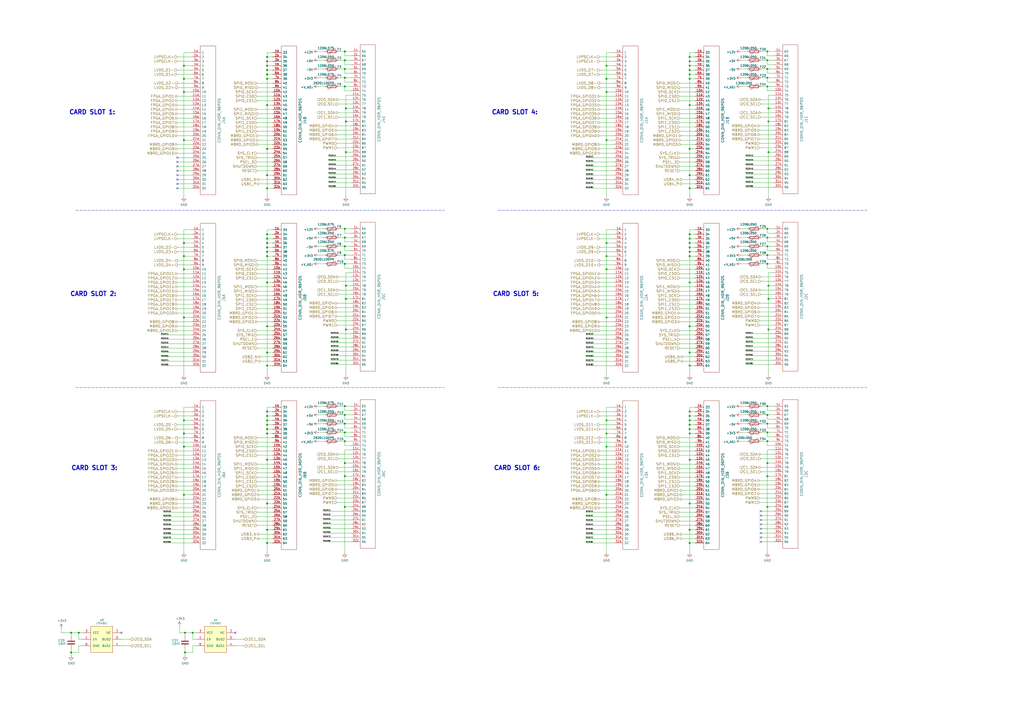
<source format=kicad_sch>
(kicad_sch (version 20211123) (generator eeschema)
  (paper "A2")
  (title_block (title "63HP HILTOP Backplane") (date "2021-02-04") (rev "C") (company "Devtank Ltd"))
  (junction (at 400.05 148.59))
  (junction (at 106.68 38.1))
  (junction (at 154.94 40.64))
  (junction (at 200.025 147.955))
  (junction (at 445.135 240.665))
  (junction (at 400.05 212.09))
  (junction (at 200.025 294.005))
  (junction (at 154.94 148.59))
  (junction (at 106.68 259.08))
  (junction (at 154.94 86.36))
  (junction (at 200.025 235.585))
  (junction (at 200.025 50.165))
  (junction (at 351.79 38.1))
  (junction (at 200.025 40.005))
  (junction (at 200.025 45.085))
  (junction (at 445.135 142.875))
  (junction (at 106.68 243.84))
  (junction (at 154.94 266.7))
  (junction (at 445.77 173.355))
  (junction (at 445.135 255.905))
  (junction (at 154.94 45.72))
  (junction (at 400.05 238.76))
  (junction (at 445.135 132.715))
  (junction (at 400.05 109.22))
  (junction (at 445.135 45.085))
  (junction (at 351.79 81.28))
  (junction (at 351.79 148.59))
  (junction (at 351.79 45.72))
  (junction (at 106.68 251.46))
  (junction (at 351.79 251.46))
  (junction (at 400.05 138.43))
  (junction (at 106.68 53.34))
  (junction (at 154.94 204.47))
  (junction (at 445.77 62.865))
  (junction (at 106.68 156.21))
  (junction (at 445.135 137.795))
  (junction (at 400.05 204.47))
  (junction (at 400.05 243.84))
  (junction (at 154.94 135.89))
  (junction (at 200.025 132.715))
  (junction (at 154.94 38.1))
  (junction (at 106.68 184.15))
  (junction (at 200.66 62.865))
  (junction (at 154.94 143.51))
  (junction (at 400.05 45.72))
  (junction (at 400.05 86.36))
  (junction (at 111.76 367.03))
  (junction (at 200.025 255.905))
  (junction (at 41.275 378.46))
  (junction (at 400.05 266.7))
  (junction (at 154.94 307.34))
  (junction (at 400.05 246.38))
  (junction (at 200.025 142.875))
  (junction (at 351.79 140.97))
  (junction (at 154.94 60.96))
  (junction (at 200.025 34.925))
  (junction (at 445.135 250.825))
  (junction (at 400.05 248.92))
  (junction (at 351.79 156.21))
  (junction (at 154.94 33.02))
  (junction (at 107.315 367.03))
  (junction (at 45.72 367.03))
  (junction (at 200.66 173.355))
  (junction (at 400.05 163.83))
  (junction (at 154.94 101.6))
  (junction (at 106.68 287.02))
  (junction (at 200.025 29.845))
  (junction (at 351.79 53.34))
  (junction (at 445.135 40.005))
  (junction (at 445.135 245.745))
  (junction (at 400.05 60.96))
  (junction (at 154.94 241.3))
  (junction (at 445.135 50.165))
  (junction (at 154.94 109.22))
  (junction (at 351.79 259.08))
  (junction (at 154.94 212.09))
  (junction (at 200.025 250.825))
  (junction (at 445.135 147.955))
  (junction (at 400.05 189.23))
  (junction (at 445.135 29.845))
  (junction (at 445.135 34.925))
  (junction (at 200.025 268.605))
  (junction (at 106.68 148.59))
  (junction (at 445.77 165.735))
  (junction (at 154.94 238.76))
  (junction (at 200.025 240.665))
  (junction (at 200.025 276.225))
  (junction (at 154.94 246.38))
  (junction (at 445.77 70.485))
  (junction (at 400.05 35.56))
  (junction (at 400.05 43.18))
  (junction (at 400.05 251.46))
  (junction (at 154.94 43.18))
  (junction (at 351.79 287.02))
  (junction (at 351.79 243.84))
  (junction (at 445.135 294.005))
  (junction (at 445.135 276.225))
  (junction (at 154.94 146.05))
  (junction (at 200.025 153.035))
  (junction (at 154.94 251.46))
  (junction (at 106.68 140.97))
  (junction (at 400.05 38.1))
  (junction (at 400.05 101.6))
  (junction (at 200.025 245.745))
  (junction (at 106.68 81.28))
  (junction (at 400.05 40.64))
  (junction (at 400.05 314.96))
  (junction (at 400.05 135.89))
  (junction (at 445.77 191.135))
  (junction (at 400.05 241.3))
  (junction (at 400.05 140.97))
  (junction (at 154.94 292.1))
  (junction (at 445.77 88.265))
  (junction (at 200.66 191.135))
  (junction (at 200.66 70.485))
  (junction (at 200.66 88.265))
  (junction (at 154.94 35.56))
  (junction (at 400.05 292.1))
  (junction (at 154.94 140.97))
  (junction (at 41.275 367.03))
  (junction (at 154.94 163.83))
  (junction (at 154.94 189.23))
  (junction (at 106.68 45.72))
  (junction (at 154.94 243.84))
  (junction (at 154.94 248.92))
  (junction (at 154.94 314.96))
  (junction (at 154.94 138.43))
  (junction (at 200.66 165.735))
  (junction (at 400.05 307.34))
  (junction (at 445.135 153.035))
  (junction (at 445.135 268.605))
  (junction (at 107.315 378.46))
  (junction (at 400.05 143.51))
  (junction (at 400.05 33.02))
  (junction (at 200.025 137.795))
  (junction (at 351.79 184.15))
  (junction (at 445.135 235.585))
  (junction (at 400.05 146.05))
  (no_connect (at 102.87 99.06))
  (no_connect (at 441.325 311.785))
  (no_connect (at 441.325 301.625))
  (no_connect (at 102.87 96.52))
  (no_connect (at 441.325 299.085))
  (no_connect (at 102.87 91.44))
  (no_connect (at 441.325 309.245))
  (no_connect (at 102.87 106.68))
  (no_connect (at 441.325 304.165))
  (no_connect (at 70.485 367.03))
  (no_connect (at 102.87 101.6))
  (no_connect (at 102.87 104.14))
  (no_connect (at 441.325 314.325))
  (no_connect (at 136.525 367.03))
  (no_connect (at 102.87 93.98))
  (no_connect (at 102.87 109.22))
  (no_connect (at 441.325 296.545))
  (no_connect (at 441.325 306.705))
  (wire (pts (xy 188.595 40.005) (xy 184.785 40.005)))
  (wire (pts (xy 158.115 43.18) (xy 154.94 43.18)))
  (wire (pts (xy 400.05 241.3) (xy 400.05 243.84)))
  (wire (pts (xy 188.595 255.905) (xy 184.785 255.905)))
  (wire (pts (xy 149.225 299.72) (xy 158.115 299.72)))
  (wire (pts (xy 445.135 268.605) (xy 448.945 268.605)))
  (wire (pts (xy 158.115 91.44) (xy 149.225 91.44)))
  (wire (pts (xy 347.98 158.75) (xy 356.235 158.75)))
  (wire (pts (xy 111.76 370.84) (xy 111.76 367.03)))
  (wire (pts (xy 347.98 186.69) (xy 356.235 186.69)))
  (wire (pts (xy 102.87 158.75) (xy 111.125 158.75)))
  (wire (pts (xy 448.945 255.905) (xy 445.135 255.905)))
  (wire (pts (xy 448.945 142.875) (xy 445.135 142.875)))
  (wire (pts (xy 200.025 40.005) (xy 196.215 40.005)))
  (wire (pts (xy 111.125 71.12) (xy 102.87 71.12)))
  (wire (pts (xy 347.98 33.02) (xy 356.235 33.02)))
  (wire (pts (xy 158.115 259.08) (xy 149.225 259.08)))
  (wire (pts (xy 200.025 258.445) (xy 200.025 255.905)))
  (wire (pts (xy 403.225 266.7) (xy 400.05 266.7)))
  (wire (pts (xy 403.225 189.23) (xy 400.05 189.23)))
  (wire (pts (xy 440.69 286.385) (xy 448.945 286.385)))
  (wire (pts (xy 351.79 259.08) (xy 351.79 287.02)))
  (wire (pts (xy 448.945 258.445) (xy 445.135 258.445)))
  (wire (pts (xy 154.94 212.09) (xy 154.94 217.805)))
  (wire (pts (xy 448.945 45.085) (xy 445.135 45.085)))
  (wire (pts (xy 111.125 201.93) (xy 93.345 201.93)))
  (wire (pts (xy 200.025 245.745) (xy 196.215 245.745)))
  (wire (pts (xy 400.05 133.35) (xy 400.05 135.89)))
  (wire (pts (xy 111.125 30.48) (xy 106.68 30.48)))
  (wire (pts (xy 403.225 294.64) (xy 394.335 294.64)))
  (wire (pts (xy 200.66 62.865) (xy 203.835 62.865)))
  (wire (pts (xy 102.87 168.91) (xy 111.125 168.91)))
  (wire (pts (xy 203.835 163.195) (xy 196.215 163.195)))
  (wire (pts (xy 347.98 173.99) (xy 356.235 173.99)))
  (wire (pts (xy 190.5 108.585) (xy 203.835 108.585)))
  (wire (pts (xy 448.945 47.625) (xy 445.135 47.625)))
  (wire (pts (xy 151.13 209.55) (xy 158.115 209.55)))
  (wire (pts (xy 158.115 161.29) (xy 149.225 161.29)))
  (wire (pts (xy 433.705 50.165) (xy 429.895 50.165)))
  (wire (pts (xy 403.225 236.22) (xy 400.05 236.22)))
  (wire (pts (xy 356.235 314.96) (xy 339.725 314.96)))
  (wire (pts (xy 203.835 98.425) (xy 190.5 98.425)))
  (wire (pts (xy 400.05 212.09) (xy 403.225 212.09)))
  (wire (pts (xy 203.835 211.455) (xy 191.77 211.455)))
  (wire (pts (xy 347.98 254) (xy 356.235 254)))
  (wire (pts (xy 347.98 189.23) (xy 356.235 189.23)))
  (wire (pts (xy 445.135 276.225) (xy 448.945 276.225)))
  (wire (pts (xy 351.79 53.34) (xy 351.79 81.28)))
  (wire (pts (xy 203.835 188.595) (xy 195.58 188.595)))
  (wire (pts (xy 403.225 55.88) (xy 394.335 55.88)))
  (wire (pts (xy 403.225 161.29) (xy 394.335 161.29)))
  (wire (pts (xy 356.235 106.68) (xy 339.725 106.68)))
  (wire (pts (xy 403.225 63.5) (xy 394.335 63.5)))
  (wire (pts (xy 356.235 78.74) (xy 347.98 78.74)))
  (wire (pts (xy 154.94 45.72) (xy 154.94 60.96)))
  (wire (pts (xy 111.125 109.22) (xy 102.87 109.22)))
  (wire (pts (xy 158.115 201.93) (xy 149.225 201.93)))
  (wire (pts (xy 188.595 137.795) (xy 184.785 137.795)))
  (wire (pts (xy 200.025 52.705) (xy 200.025 50.165)))
  (wire (pts (xy 154.94 60.96) (xy 158.115 60.96)))
  (wire (pts (xy 448.945 211.455) (xy 432.435 211.455)))
  (wire (pts (xy 111.125 309.88) (xy 94.615 309.88)))
  (wire (pts (xy 158.115 38.1) (xy 154.94 38.1)))
  (wire (pts (xy 448.945 186.055) (xy 440.69 186.055)))
  (wire (pts (xy 158.115 135.89) (xy 154.94 135.89)))
  (wire (pts (xy 203.835 93.345) (xy 190.5 93.345)))
  (wire (pts (xy 200.66 165.735) (xy 203.835 165.735)))
  (wire (pts (xy 203.835 301.625) (xy 187.325 301.625)))
  (wire (pts (xy 356.235 50.8) (xy 347.98 50.8)))
  (wire (pts (xy 203.835 245.745) (xy 200.025 245.745)))
  (wire (pts (xy 440.69 73.025) (xy 448.945 73.025)))
  (wire (pts (xy 102.87 191.77) (xy 111.125 191.77)))
  (wire (pts (xy 203.835 263.525) (xy 196.215 263.525)))
  (wire (pts (xy 154.94 43.18) (xy 154.94 45.72)))
  (wire (pts (xy 203.835 235.585) (xy 200.025 235.585)))
  (wire (pts (xy 403.225 171.45) (xy 394.335 171.45)))
  (wire (pts (xy 195.58 175.895) (xy 203.835 175.895)))
  (wire (pts (xy 154.94 143.51) (xy 154.94 146.05)))
  (wire (pts (xy 203.835 271.145) (xy 196.215 271.145)))
  (wire (pts (xy 111.125 58.42) (xy 102.87 58.42)))
  (wire (pts (xy 403.225 138.43) (xy 400.05 138.43)))
  (wire (pts (xy 347.98 292.1) (xy 356.235 292.1)))
  (wire (pts (xy 448.945 188.595) (xy 440.69 188.595)))
  (wire (pts (xy 356.235 68.58) (xy 347.98 68.58)))
  (wire (pts (xy 200.025 137.795) (xy 196.215 137.795)))
  (wire (pts (xy 102.87 181.61) (xy 111.125 181.61)))
  (wire (pts (xy 158.115 40.64) (xy 154.94 40.64)))
  (wire (pts (xy 35.56 364.49) (xy 35.56 367.03)))
  (wire (pts (xy 445.135 320.675) (xy 445.135 294.005)))
  (wire (pts (xy 154.94 307.34) (xy 154.94 314.96)))
  (wire (pts (xy 356.235 55.88) (xy 347.98 55.88)))
  (wire (pts (xy 111.76 374.65) (xy 113.665 374.65)))
  (wire (pts (xy 448.945 304.165) (xy 441.325 304.165)))
  (wire (pts (xy 394.335 186.69) (xy 403.225 186.69)))
  (wire (pts (xy 448.945 132.715) (xy 445.135 132.715)))
  (wire (pts (xy 158.115 276.86) (xy 149.225 276.86)))
  (wire (pts (xy 203.835 90.805) (xy 190.5 90.805)))
  (wire (pts (xy 102.87 276.86) (xy 111.125 276.86)))
  (wire (pts (xy 347.98 241.3) (xy 356.235 241.3)))
  (wire (pts (xy 356.235 207.01) (xy 339.725 207.01)))
  (wire (pts (xy 351.79 287.02) (xy 351.79 320.675)))
  (wire (pts (xy 102.87 266.7) (xy 111.125 266.7)))
  (polyline (pts (xy 288.925 121.92) (xy 502.92 121.92)))
  (wire (pts (xy 106.68 140.97) (xy 111.125 140.97)))
  (wire (pts (xy 158.115 55.88) (xy 149.225 55.88)))
  (wire (pts (xy 394.97 81.28) (xy 403.225 81.28)))
  (wire (pts (xy 158.115 279.4) (xy 149.225 279.4)))
  (wire (pts (xy 200.025 235.585) (xy 196.215 235.585)))
  (wire (pts (xy 403.225 133.35) (xy 400.05 133.35)))
  (wire (pts (xy 106.68 184.15) (xy 106.68 217.805)))
  (wire (pts (xy 433.705 250.825) (xy 429.895 250.825)))
  (wire (pts (xy 158.115 261.62) (xy 149.225 261.62)))
  (wire (pts (xy 200.025 140.335) (xy 200.025 137.795)))
  (wire (pts (xy 158.115 191.77) (xy 149.225 191.77)))
  (wire (pts (xy 400.05 320.675) (xy 400.05 314.96)))
  (wire (pts (xy 445.77 70.485) (xy 448.945 70.485)))
  (wire (pts (xy 394.335 184.15) (xy 403.225 184.15)))
  (wire (pts (xy 403.225 33.02) (xy 400.05 33.02)))
  (wire (pts (xy 351.79 53.34) (xy 356.235 53.34)))
  (wire (pts (xy 102.87 238.76) (xy 111.125 238.76)))
  (wire (pts (xy 200.66 70.485) (xy 203.835 70.485)))
  (wire (pts (xy 41.275 378.46) (xy 45.72 378.46)))
  (wire (pts (xy 45.72 367.03) (xy 47.625 367.03)))
  (wire (pts (xy 347.98 238.76) (xy 356.235 238.76)))
  (wire (pts (xy 106.68 243.84) (xy 106.68 251.46)))
  (wire (pts (xy 440.69 75.565) (xy 448.945 75.565)))
  (wire (pts (xy 403.225 281.94) (xy 394.335 281.94)))
  (wire (pts (xy 200.025 34.925) (xy 196.215 34.925)))
  (wire (pts (xy 356.235 297.18) (xy 339.725 297.18)))
  (wire (pts (xy 203.835 140.335) (xy 200.025 140.335)))
  (wire (pts (xy 400.05 38.1) (xy 400.05 40.64)))
  (wire (pts (xy 203.835 273.685) (xy 196.215 273.685)))
  (wire (pts (xy 351.79 81.28) (xy 356.235 81.28)))
  (wire (pts (xy 158.115 48.26) (xy 149.225 48.26)))
  (wire (pts (xy 200.025 260.985) (xy 200.025 268.605)))
  (wire (pts (xy 347.98 151.13) (xy 356.235 151.13)))
  (wire (pts (xy 203.835 170.815) (xy 196.215 170.815)))
  (wire (pts (xy 448.945 108.585) (xy 432.435 108.585)))
  (wire (pts (xy 200.025 255.905) (xy 196.215 255.905)))
  (wire (pts (xy 200.025 132.715) (xy 196.215 132.715)))
  (wire (pts (xy 403.225 274.32) (xy 394.335 274.32)))
  (wire (pts (xy 445.77 173.355) (xy 445.77 191.135)))
  (wire (pts (xy 347.98 35.56) (xy 356.235 35.56)))
  (wire (pts (xy 403.225 68.58) (xy 394.335 68.58)))
  (wire (pts (xy 448.945 208.915) (xy 432.435 208.915)))
  (wire (pts (xy 203.835 186.055) (xy 195.58 186.055)))
  (wire (pts (xy 158.115 266.7) (xy 154.94 266.7)))
  (wire (pts (xy 448.945 60.325) (xy 441.325 60.325)))
  (wire (pts (xy 448.945 243.205) (xy 445.135 243.205)))
  (wire (pts (xy 433.705 153.035) (xy 429.895 153.035)))
  (wire (pts (xy 200.025 45.085) (xy 196.215 45.085)))
  (wire (pts (xy 347.98 176.53) (xy 356.235 176.53)))
  (wire (pts (xy 106.68 140.97) (xy 106.68 148.59)))
  (wire (pts (xy 158.115 50.8) (xy 149.225 50.8)))
  (wire (pts (xy 158.115 151.13) (xy 149.225 151.13)))
  (wire (pts (xy 200.025 240.665) (xy 196.215 240.665)))
  (wire (pts (xy 448.945 50.165) (xy 445.135 50.165)))
  (wire (pts (xy 448.945 135.255) (xy 445.135 135.255)))
  (wire (pts (xy 154.94 109.22) (xy 158.115 109.22)))
  (wire (pts (xy 395.605 287.02) (xy 403.225 287.02)))
  (wire (pts (xy 203.835 37.465) (xy 200.025 37.465)))
  (wire (pts (xy 403.225 76.2) (xy 394.335 76.2)))
  (wire (pts (xy 111.125 96.52) (xy 102.87 96.52)))
  (wire (pts (xy 158.115 93.98) (xy 149.225 93.98)))
  (wire (pts (xy 448.945 163.195) (xy 441.325 163.195)))
  (wire (pts (xy 154.94 146.05) (xy 154.94 148.59)))
  (wire (pts (xy 154.94 38.1) (xy 154.94 40.64)))
  (wire (pts (xy 149.86 83.82) (xy 158.115 83.82)))
  (wire (pts (xy 158.115 63.5) (xy 149.225 63.5)))
  (wire (pts (xy 200.66 173.355) (xy 200.66 191.135)))
  (wire (pts (xy 403.225 256.54) (xy 394.335 256.54)))
  (wire (pts (xy 154.94 138.43) (xy 154.94 140.97)))
  (wire (pts (xy 102.87 284.48) (xy 111.125 284.48)))
  (wire (pts (xy 106.68 53.34) (xy 111.125 53.34)))
  (wire (pts (xy 203.835 150.495) (xy 200.025 150.495)))
  (wire (pts (xy 200.025 250.825) (xy 196.215 250.825)))
  (wire (pts (xy 111.125 299.72) (xy 94.615 299.72)))
  (wire (pts (xy 433.705 147.955) (xy 429.895 147.955)))
  (wire (pts (xy 158.115 104.14) (xy 150.495 104.14)))
  (wire (pts (xy 203.835 147.955) (xy 200.025 147.955)))
  (wire (pts (xy 400.05 43.18) (xy 400.05 45.72)))
  (wire (pts (xy 106.68 148.59) (xy 111.125 148.59)))
  (wire (pts (xy 394.335 181.61) (xy 403.225 181.61)))
  (wire (pts (xy 400.05 148.59) (xy 403.225 148.59)))
  (wire (pts (xy 400.05 60.96) (xy 403.225 60.96)))
  (wire (pts (xy 403.225 99.06) (xy 394.335 99.06)))
  (wire (pts (xy 203.835 306.705) (xy 187.325 306.705)))
  (wire (pts (xy 203.835 85.725) (xy 195.58 85.725)))
  (wire (pts (xy 154.94 148.59) (xy 158.115 148.59)))
  (wire (pts (xy 154.94 212.09) (xy 158.115 212.09)))
  (wire (pts (xy 351.79 259.08) (xy 356.235 259.08)))
  (wire (pts (xy 400.05 33.02) (xy 400.05 35.56)))
  (wire (pts (xy 448.945 83.185) (xy 440.69 83.185)))
  (wire (pts (xy 448.945 238.125) (xy 445.135 238.125)))
  (wire (pts (xy 440.69 175.895) (xy 448.945 175.895)))
  (wire (pts (xy 440.69 281.305) (xy 448.945 281.305)))
  (wire (pts (xy 403.225 146.05) (xy 400.05 146.05)))
  (wire (pts (xy 403.225 251.46) (xy 400.05 251.46)))
  (wire (pts (xy 203.835 258.445) (xy 200.025 258.445)))
  (wire (pts (xy 158.115 140.97) (xy 154.94 140.97)))
  (wire (pts (xy 200.025 135.255) (xy 200.025 132.715)))
  (wire (pts (xy 356.235 73.66) (xy 347.98 73.66)))
  (wire (pts (xy 203.835 29.845) (xy 200.025 29.845)))
  (wire (pts (xy 400.05 189.23) (xy 400.05 204.47)))
  (wire (pts (xy 106.68 114.3) (xy 106.68 81.28)))
  (wire (pts (xy 400.05 40.64) (xy 400.05 43.18)))
  (wire (pts (xy 403.225 204.47) (xy 400.05 204.47)))
  (wire (pts (xy 403.225 151.13) (xy 394.335 151.13)))
  (wire (pts (xy 106.68 251.46) (xy 111.125 251.46)))
  (wire (pts (xy 448.945 235.585) (xy 445.135 235.585)))
  (wire (pts (xy 448.945 248.285) (xy 445.135 248.285)))
  (wire (pts (xy 111.125 76.2) (xy 102.87 76.2)))
  (wire (pts (xy 203.835 158.115) (xy 200.66 158.115)))
  (wire (pts (xy 203.835 248.285) (xy 200.025 248.285)))
  (wire (pts (xy 351.79 148.59) (xy 351.79 156.21)))
  (wire (pts (xy 111.125 307.34) (xy 94.615 307.34)))
  (wire (pts (xy 448.945 201.295) (xy 432.435 201.295)))
  (wire (pts (xy 203.835 145.415) (xy 200.025 145.415)))
  (wire (pts (xy 200.025 142.875) (xy 196.215 142.875)))
  (wire (pts (xy 154.94 246.38) (xy 154.94 248.92)))
  (wire (pts (xy 347.98 168.91) (xy 356.235 168.91)))
  (wire (pts (xy 445.135 248.285) (xy 445.135 245.745)))
  (wire (pts (xy 403.225 269.24) (xy 394.335 269.24)))
  (wire (pts (xy 356.235 199.39) (xy 339.725 199.39)))
  (wire (pts (xy 102.87 271.78) (xy 111.125 271.78)))
  (wire (pts (xy 158.115 302.26) (xy 149.225 302.26)))
  (wire (pts (xy 111.125 106.68) (xy 102.87 106.68)))
  (wire (pts (xy 445.77 62.865) (xy 448.945 62.865)))
  (wire (pts (xy 351.79 156.21) (xy 356.235 156.21)))
  (wire (pts (xy 158.115 58.42) (xy 149.225 58.42)))
  (wire (pts (xy 448.945 245.745) (xy 445.135 245.745)))
  (wire (pts (xy 200.025 29.845) (xy 196.215 29.845)))
  (wire (pts (xy 200.025 238.125) (xy 200.025 235.585)))
  (polyline (pts (xy 288.925 224.79) (xy 502.92 224.79)))
  (wire (pts (xy 154.94 135.89) (xy 154.94 138.43)))
  (wire (pts (xy 149.225 184.15) (xy 158.115 184.15)))
  (wire (pts (xy 150.495 289.56) (xy 158.115 289.56)))
  (wire (pts (xy 111.76 378.46) (xy 111.76 374.65)))
  (wire (pts (xy 356.235 194.31) (xy 339.725 194.31)))
  (wire (pts (xy 396.24 209.55) (xy 403.225 209.55)))
  (wire (pts (xy 445.135 29.845) (xy 441.325 29.845)))
  (wire (pts (xy 356.235 204.47) (xy 339.725 204.47)))
  (wire (pts (xy 448.945 153.035) (xy 445.135 153.035)))
  (wire (pts (xy 154.94 163.83) (xy 154.94 189.23)))
  (wire (pts (xy 203.835 42.545) (xy 200.025 42.545)))
  (wire (pts (xy 445.135 137.795) (xy 441.325 137.795)))
  (wire (pts (xy 106.68 38.1) (xy 106.68 45.72)))
  (wire (pts (xy 203.835 238.125) (xy 200.025 238.125)))
  (wire (pts (xy 356.235 58.42) (xy 347.98 58.42)))
  (wire (pts (xy 448.945 52.705) (xy 445.135 52.705)))
  (wire (pts (xy 347.98 179.07) (xy 356.235 179.07)))
  (wire (pts (xy 429.895 235.585) (xy 433.705 235.585)))
  (wire (pts (xy 102.87 83.82) (xy 111.125 83.82)))
  (wire (pts (xy 158.115 166.37) (xy 149.225 166.37)))
  (wire (pts (xy 203.835 135.255) (xy 200.025 135.255)))
  (wire (pts (xy 113.665 370.84) (xy 111.76 370.84)))
  (wire (pts (xy 448.945 32.385) (xy 445.135 32.385)))
  (wire (pts (xy 158.115 256.54) (xy 149.225 256.54)))
  (wire (pts (xy 158.115 294.64) (xy 149.225 294.64)))
  (wire (pts (xy 445.135 132.715) (xy 441.325 132.715)))
  (wire (pts (xy 403.225 163.83) (xy 400.05 163.83)))
  (wire (pts (xy 400.05 148.59) (xy 400.05 163.83)))
  (wire (pts (xy 106.68 287.02) (xy 111.125 287.02)))
  (wire (pts (xy 445.135 255.905) (xy 441.325 255.905)))
  (wire (pts (xy 158.115 248.92) (xy 154.94 248.92)))
  (wire (pts (xy 203.835 311.785) (xy 187.325 311.785)))
  (wire (pts (xy 158.115 189.23) (xy 154.94 189.23)))
  (wire (pts (xy 403.225 91.44) (xy 394.335 91.44)))
  (wire (pts (xy 158.115 199.39) (xy 149.225 199.39)))
  (wire (pts (xy 203.835 83.185) (xy 195.58 83.185)))
  (wire (pts (xy 395.605 289.56) (xy 403.225 289.56)))
  (wire (pts (xy 154.94 148.59) (xy 154.94 163.83)))
  (wire (pts (xy 102.87 43.18) (xy 111.125 43.18)))
  (wire (pts (xy 200.66 158.115) (xy 200.66 165.735)))
  (wire (pts (xy 158.115 269.24) (xy 149.225 269.24)))
  (wire (pts (xy 106.68 243.84) (xy 111.125 243.84)))
  (wire (pts (xy 102.87 143.51) (xy 111.125 143.51)))
  (wire (pts (xy 347.98 86.36) (xy 356.235 86.36)))
  (wire (pts (xy 158.115 254) (xy 149.225 254)))
  (wire (pts (xy 102.87 261.62) (xy 111.125 261.62)))
  (wire (pts (xy 400.05 307.34) (xy 400.05 314.96)))
  (wire (pts (xy 403.225 38.1) (xy 400.05 38.1)))
  (wire (pts (xy 190.5 100.965) (xy 203.835 100.965)))
  (wire (pts (xy 448.945 203.835) (xy 432.435 203.835)))
  (wire (pts (xy 158.115 33.02) (xy 154.94 33.02)))
  (wire (pts (xy 448.945 263.525) (xy 441.325 263.525)))
  (wire (pts (xy 356.235 30.48) (xy 351.79 30.48)))
  (wire (pts (xy 154.94 292.1) (xy 154.94 307.34)))
  (polyline (pts (xy 43.815 224.79) (xy 257.81 224.79)))
  (wire (pts (xy 403.225 48.26) (xy 394.335 48.26)))
  (wire (pts (xy 351.79 114.3) (xy 351.79 81.28)))
  (wire (pts (xy 158.115 304.8) (xy 149.225 304.8)))
  (wire (pts (xy 203.835 296.545) (xy 187.325 296.545)))
  (wire (pts (xy 448.945 288.925) (xy 440.69 288.925)))
  (wire (pts (xy 403.225 88.9) (xy 394.335 88.9)))
  (wire (pts (xy 448.945 140.335) (xy 445.135 140.335)))
  (wire (pts (xy 107.315 380.365) (xy 107.315 378.46)))
  (wire (pts (xy 433.705 137.795) (xy 429.895 137.795)))
  (wire (pts (xy 400.05 35.56) (xy 400.05 38.1)))
  (wire (pts (xy 158.115 251.46) (xy 154.94 251.46)))
  (wire (pts (xy 403.225 297.18) (xy 394.335 297.18)))
  (wire (pts (xy 448.945 260.985) (xy 445.135 260.985)))
  (wire (pts (xy 102.87 173.99) (xy 111.125 173.99)))
  (wire (pts (xy 347.98 43.18) (xy 356.235 43.18)))
  (wire (pts (xy 445.135 42.545) (xy 445.135 40.005)))
  (wire (pts (xy 203.835 203.835) (xy 191.77 203.835)))
  (wire (pts (xy 403.225 304.8) (xy 394.335 304.8)))
  (wire (pts (xy 400.05 266.7) (xy 400.05 292.1)))
  (wire (pts (xy 41.275 368.935) (xy 41.275 367.03)))
  (wire (pts (xy 154.94 204.47) (xy 154.94 212.09)))
  (wire (pts (xy 203.835 160.655) (xy 196.215 160.655)))
  (wire (pts (xy 429.895 132.715) (xy 433.705 132.715)))
  (wire (pts (xy 400.05 212.09) (xy 400.05 217.805)))
  (wire (pts (xy 102.87 292.1) (xy 111.125 292.1)))
  (wire (pts (xy 200.025 32.385) (xy 200.025 29.845)))
  (wire (pts (xy 448.945 98.425) (xy 432.435 98.425)))
  (wire (pts (xy 445.135 145.415) (xy 445.135 142.875)))
  (wire (pts (xy 200.025 320.675) (xy 200.025 294.005)))
  (wire (pts (xy 347.98 294.64) (xy 356.235 294.64)))
  (wire (pts (xy 347.98 40.64) (xy 356.235 40.64)))
  (wire (pts (xy 400.05 248.92) (xy 400.05 251.46)))
  (wire (pts (xy 35.56 367.03) (xy 41.275 367.03)))
  (wire (pts (xy 158.115 204.47) (xy 154.94 204.47)))
  (wire (pts (xy 45.72 374.65) (xy 47.625 374.65)))
  (wire (pts (xy 158.115 76.2) (xy 149.225 76.2)))
  (wire (pts (xy 158.115 73.66) (xy 149.225 73.66)))
  (wire (pts (xy 394.97 78.74) (xy 403.225 78.74)))
  (wire (pts (xy 203.835 243.205) (xy 200.025 243.205)))
  (wire (pts (xy 448.945 168.275) (xy 441.325 168.275)))
  (wire (pts (xy 403.225 158.75) (xy 394.335 158.75)))
  (wire (pts (xy 347.98 166.37) (xy 356.235 166.37)))
  (wire (pts (xy 445.77 191.135) (xy 448.945 191.135)))
  (wire (pts (xy 102.87 246.38) (xy 111.125 246.38)))
  (wire (pts (xy 93.345 204.47) (xy 111.125 204.47)))
  (wire (pts (xy 400.05 140.97) (xy 400.05 143.51)))
  (wire (pts (xy 111.125 66.04) (xy 102.87 66.04)))
  (wire (pts (xy 111.125 196.85) (xy 93.345 196.85)))
  (wire (pts (xy 106.68 30.48) (xy 106.68 38.1)))
  (wire (pts (xy 347.98 256.54) (xy 356.235 256.54)))
  (wire (pts (xy 356.235 66.04) (xy 347.98 66.04)))
  (wire (pts (xy 154.94 101.6) (xy 154.94 109.22)))
  (wire (pts (xy 351.79 45.72) (xy 351.79 53.34)))
  (wire (pts (xy 41.275 376.555) (xy 41.275 378.46)))
  (wire (pts (xy 111.125 194.31) (xy 93.345 194.31)))
  (wire (pts (xy 351.79 38.1) (xy 356.235 38.1)))
  (wire (pts (xy 403.225 173.99) (xy 394.335 173.99)))
  (wire (pts (xy 433.705 255.905) (xy 429.895 255.905)))
  (wire (pts (xy 403.225 43.18) (xy 400.05 43.18)))
  (wire (pts (xy 403.225 201.93) (xy 394.335 201.93)))
  (wire (pts (xy 448.945 150.495) (xy 445.135 150.495)))
  (wire (pts (xy 102.87 33.02) (xy 111.125 33.02)))
  (wire (pts (xy 203.835 52.705) (xy 200.025 52.705)))
  (wire (pts (xy 347.98 138.43) (xy 356.235 138.43)))
  (wire (pts (xy 403.225 241.3) (xy 400.05 241.3)))
  (wire (pts (xy 200.025 253.365) (xy 200.025 250.825)))
  (wire (pts (xy 200.025 276.225) (xy 203.835 276.225)))
  (wire (pts (xy 203.835 57.785) (xy 196.215 57.785)))
  (wire (pts (xy 111.125 50.8) (xy 102.87 50.8)))
  (wire (pts (xy 203.835 309.245) (xy 187.325 309.245)))
  (wire (pts (xy 106.68 53.34) (xy 106.68 81.28)))
  (wire (pts (xy 106.68 251.46) (xy 106.68 259.08)))
  (wire (pts (xy 195.58 183.515) (xy 203.835 183.515)))
  (wire (pts (xy 102.87 189.23) (xy 111.125 189.23)))
  (wire (pts (xy 448.945 106.045) (xy 432.435 106.045)))
  (wire (pts (xy 200.66 217.805) (xy 200.66 191.135)))
  (wire (pts (xy 445.135 32.385) (xy 445.135 29.845)))
  (wire (pts (xy 200.66 165.735) (xy 200.66 173.355)))
  (wire (pts (xy 445.135 245.745) (xy 441.325 245.745)))
  (wire (pts (xy 403.225 58.42) (xy 394.335 58.42)))
  (wire (pts (xy 102.87 153.67) (xy 111.125 153.67)))
  (wire (pts (xy 158.115 271.78) (xy 149.225 271.78)))
  (wire (pts (xy 195.58 75.565) (xy 203.835 75.565)))
  (wire (pts (xy 41.275 380.365) (xy 41.275 378.46)))
  (wire (pts (xy 195.58 281.305) (xy 203.835 281.305)))
  (wire (pts (xy 351.79 243.84) (xy 356.235 243.84)))
  (wire (pts (xy 440.69 183.515) (xy 448.945 183.515)))
  (wire (pts (xy 400.05 30.48) (xy 400.05 33.02)))
  (wire (pts (xy 448.945 100.965) (xy 432.435 100.965)))
  (wire (pts (xy 351.79 148.59) (xy 356.235 148.59)))
  (wire (pts (xy 195.58 178.435) (xy 203.835 178.435)))
  (wire (pts (xy 154.94 243.84) (xy 154.94 246.38)))
  (wire (pts (xy 158.115 246.38) (xy 154.94 246.38)))
  (wire (pts (xy 111.125 312.42) (xy 94.615 312.42)))
  (wire (pts (xy 111.125 48.26) (xy 102.87 48.26)))
  (wire (pts (xy 111.125 91.44) (xy 102.87 91.44)))
  (wire (pts (xy 400.05 251.46) (xy 400.05 266.7)))
  (wire (pts (xy 445.77 55.245) (xy 445.77 62.865)))
  (wire (pts (xy 445.77 70.485) (xy 445.77 88.265)))
  (wire (pts (xy 154.94 314.96) (xy 158.115 314.96)))
  (wire (pts (xy 448.945 65.405) (xy 441.325 65.405)))
  (wire (pts (xy 184.785 132.715) (xy 188.595 132.715)))
  (wire (pts (xy 440.69 78.105) (xy 448.945 78.105)))
  (wire (pts (xy 445.77 165.735) (xy 445.77 173.355)))
  (wire (pts (xy 158.115 309.88) (xy 150.495 309.88)))
  (wire (pts (xy 203.835 206.375) (xy 191.77 206.375)))
  (wire (pts (xy 106.68 287.02) (xy 106.68 320.675)))
  (wire (pts (xy 356.235 133.35) (xy 351.79 133.35)))
  (wire (pts (xy 200.025 248.285) (xy 200.025 245.745)))
  (wire (pts (xy 203.835 32.385) (xy 200.025 32.385)))
  (wire (pts (xy 158.115 96.52) (xy 149.225 96.52)))
  (wire (pts (xy 111.125 93.98) (xy 102.87 93.98)))
  (wire (pts (xy 347.98 281.94) (xy 356.235 281.94)))
  (wire (pts (xy 200.025 155.575) (xy 200.025 153.035)))
  (wire (pts (xy 102.87 146.05) (xy 111.125 146.05)))
  (wire (pts (xy 445.135 52.705) (xy 445.135 50.165)))
  (wire (pts (xy 448.945 137.795) (xy 445.135 137.795)))
  (wire (pts (xy 356.235 96.52) (xy 339.725 96.52)))
  (wire (pts (xy 356.235 309.88) (xy 339.725 309.88)))
  (wire (pts (xy 106.68 236.22) (xy 106.68 243.84)))
  (wire (pts (xy 356.235 76.2) (xy 347.98 76.2)))
  (wire (pts (xy 158.115 274.32) (xy 149.225 274.32)))
  (wire (pts (xy 448.945 158.115) (xy 445.77 158.115)))
  (wire (pts (xy 102.87 256.54) (xy 111.125 256.54)))
  (wire (pts (xy 111.125 236.22) (xy 106.68 236.22)))
  (wire (pts (xy 106.68 184.15) (xy 111.125 184.15)))
  (wire (pts (xy 203.835 304.165) (xy 187.325 304.165)))
  (wire (pts (xy 347.98 181.61) (xy 356.235 181.61)))
  (wire (pts (xy 356.235 99.06) (xy 339.725 99.06)))
  (wire (pts (xy 203.835 95.885) (xy 190.5 95.885)))
  (wire (pts (xy 158.115 68.58) (xy 149.225 68.58)))
  (wire (pts (xy 102.87 40.64) (xy 111.125 40.64)))
  (wire (pts (xy 445.135 235.585) (xy 441.325 235.585)))
  (wire (pts (xy 351.79 156.21) (xy 351.79 184.15)))
  (wire (pts (xy 158.115 241.3) (xy 154.94 241.3)))
  (wire (pts (xy 394.97 83.82) (xy 403.225 83.82)))
  (wire (pts (xy 102.87 88.9) (xy 111.125 88.9)))
  (wire (pts (xy 347.98 269.24) (xy 356.235 269.24)))
  (wire (pts (xy 203.835 198.755) (xy 191.77 198.755)))
  (wire (pts (xy 347.98 88.9) (xy 356.235 88.9)))
  (wire (pts (xy 102.87 281.94) (xy 111.125 281.94)))
  (wire (pts (xy 154.94 248.92) (xy 154.94 251.46)))
  (wire (pts (xy 433.705 40.005) (xy 429.895 40.005)))
  (wire (pts (xy 200.66 88.265) (xy 203.835 88.265)))
  (wire (pts (xy 111.125 99.06) (xy 102.87 99.06)))
  (wire (pts (xy 203.835 34.925) (xy 200.025 34.925)))
  (wire (pts (xy 400.05 45.72) (xy 400.05 60.96)))
  (wire (pts (xy 448.945 85.725) (xy 440.69 85.725)))
  (wire (pts (xy 356.235 71.12) (xy 347.98 71.12)))
  (wire (pts (xy 154.94 30.48) (xy 154.94 33.02)))
  (wire (pts (xy 195.58 80.645) (xy 203.835 80.645)))
  (wire (pts (xy 356.235 48.26) (xy 347.98 48.26)))
  (wire (pts (xy 158.115 281.94) (xy 149.225 281.94)))
  (wire (pts (xy 203.835 196.215) (xy 191.77 196.215)))
  (wire (pts (xy 403.225 153.67) (xy 394.335 153.67)))
  (wire (pts (xy 106.68 259.08) (xy 106.68 287.02)))
  (wire (pts (xy 200.025 37.465) (xy 200.025 34.925)))
  (wire (pts (xy 356.235 236.22) (xy 351.79 236.22)))
  (wire (pts (xy 195.58 278.765) (xy 203.835 278.765)))
  (wire (pts (xy 111.76 367.03) (xy 113.665 367.03)))
  (wire (pts (xy 403.225 259.08) (xy 394.335 259.08)))
  (wire (pts (xy 400.05 109.22) (xy 403.225 109.22)))
  (wire (pts (xy 440.69 80.645) (xy 448.945 80.645)))
  (wire (pts (xy 351.79 133.35) (xy 351.79 140.97)))
  (wire (pts (xy 445.135 142.875) (xy 441.325 142.875)))
  (wire (pts (xy 347.98 264.16) (xy 356.235 264.16)))
  (wire (pts (xy 400.05 204.47) (xy 400.05 212.09)))
  (wire (pts (xy 111.125 63.5) (xy 102.87 63.5)))
  (wire (pts (xy 400.05 101.6) (xy 403.225 101.6)))
  (wire (pts (xy 448.945 291.465) (xy 440.69 291.465)))
  (wire (pts (xy 351.79 140.97) (xy 356.235 140.97)))
  (wire (pts (xy 188.595 45.085) (xy 184.785 45.085)))
  (wire (pts (xy 203.835 45.085) (xy 200.025 45.085)))
  (wire (pts (xy 351.79 236.22) (xy 351.79 243.84)))
  (wire (pts (xy 403.225 302.26) (xy 394.335 302.26)))
  (wire (pts (xy 102.87 241.3) (xy 111.125 241.3)))
  (wire (pts (xy 106.68 45.72) (xy 111.125 45.72)))
  (wire (pts (xy 445.135 147.955) (xy 441.325 147.955)))
  (wire (pts (xy 445.135 240.665) (xy 441.325 240.665)))
  (wire (pts (xy 356.235 109.22) (xy 339.725 109.22)))
  (wire (pts (xy 445.77 62.865) (xy 445.77 70.485)))
  (wire (pts (xy 403.225 168.91) (xy 394.335 168.91)))
  (wire (pts (xy 158.115 30.48) (xy 154.94 30.48)))
  (wire (pts (xy 70.485 370.84) (xy 75.565 370.84)))
  (wire (pts (xy 203.835 50.165) (xy 200.025 50.165)))
  (wire (pts (xy 429.895 29.845) (xy 433.705 29.845)))
  (wire (pts (xy 195.58 73.025) (xy 203.835 73.025)))
  (wire (pts (xy 356.235 63.5) (xy 347.98 63.5)))
  (wire (pts (xy 150.495 312.42) (xy 158.115 312.42)))
  (wire (pts (xy 403.225 45.72) (xy 400.05 45.72)))
  (wire (pts (xy 351.79 45.72) (xy 356.235 45.72)))
  (wire (pts (xy 400.05 86.36) (xy 400.05 101.6)))
  (wire (pts (xy 400.05 146.05) (xy 400.05 148.59)))
  (wire (pts (xy 106.68 81.28) (xy 111.125 81.28)))
  (wire (pts (xy 107.315 368.935) (xy 107.315 367.03)))
  (wire (pts (xy 203.835 260.985) (xy 200.025 260.985)))
  (wire (pts (xy 403.225 176.53) (xy 394.335 176.53)))
  (wire (pts (xy 445.77 158.115) (xy 445.77 165.735)))
  (wire (pts (xy 203.835 67.945) (xy 196.215 67.945)))
  (wire (pts (xy 184.785 29.845) (xy 188.595 29.845)))
  (wire (pts (xy 347.98 284.48) (xy 356.235 284.48)))
  (wire (pts (xy 203.835 132.715) (xy 200.025 132.715)))
  (wire (pts (xy 403.225 30.48) (xy 400.05 30.48)))
  (wire (pts (xy 154.94 140.97) (xy 154.94 143.51)))
  (wire (pts (xy 400.05 143.51) (xy 400.05 146.05)))
  (wire (pts (xy 102.87 264.16) (xy 111.125 264.16)))
  (wire (pts (xy 200.66 55.245) (xy 200.66 62.865)))
  (wire (pts (xy 403.225 143.51) (xy 400.05 143.51)))
  (wire (pts (xy 351.79 38.1) (xy 351.79 45.72)))
  (wire (pts (xy 200.66 114.3) (xy 200.66 88.265)))
  (wire (pts (xy 111.125 73.66) (xy 102.87 73.66)))
  (wire (pts (xy 200.025 243.205) (xy 200.025 240.665)))
  (wire (pts (xy 351.79 184.15) (xy 356.235 184.15)))
  (wire (pts (xy 347.98 171.45) (xy 356.235 171.45)))
  (wire (pts (xy 403.225 179.07) (xy 394.335 179.07)))
  (wire (pts (xy 448.945 314.325) (xy 441.325 314.325)))
  (wire (pts (xy 403.225 93.98) (xy 394.335 93.98)))
  (wire (pts (xy 448.945 266.065) (xy 441.325 266.065)))
  (wire (pts (xy 403.225 191.77) (xy 394.335 191.77)))
  (wire (pts (xy 445.135 253.365) (xy 445.135 250.825)))
  (wire (pts (xy 448.945 57.785) (xy 441.325 57.785)))
  (wire (pts (xy 445.77 217.805) (xy 445.77 191.135)))
  (wire (pts (xy 400.05 236.22) (xy 400.05 238.76)))
  (wire (pts (xy 203.835 266.065) (xy 196.215 266.065)))
  (wire (pts (xy 102.87 179.07) (xy 111.125 179.07)))
  (wire (pts (xy 203.835 253.365) (xy 200.025 253.365)))
  (wire (pts (xy 445.135 260.985) (xy 445.135 268.605)))
  (wire (pts (xy 445.135 238.125) (xy 445.135 235.585)))
  (wire (pts (xy 158.115 106.68) (xy 150.495 106.68)))
  (wire (pts (xy 106.68 133.35) (xy 106.68 140.97)))
  (wire (pts (xy 158.115 53.34) (xy 149.225 53.34)))
  (wire (pts (xy 111.125 199.39) (xy 93.345 199.39)))
  (wire (pts (xy 188.595 147.955) (xy 184.785 147.955)))
  (wire (pts (xy 347.98 274.32) (xy 356.235 274.32)))
  (wire (pts (xy 200.025 150.495) (xy 200.025 147.955)))
  (wire (pts (xy 93.345 212.09) (xy 111.125 212.09)))
  (wire (pts (xy 347.98 191.77) (xy 356.235 191.77)))
  (wire (pts (xy 188.595 50.165) (xy 184.785 50.165)))
  (wire (pts (xy 403.225 140.97) (xy 400.05 140.97)))
  (wire (pts (xy 448.945 206.375) (xy 432.435 206.375)))
  (wire (pts (xy 400.05 292.1) (xy 400.05 307.34)))
  (wire (pts (xy 158.115 133.35) (xy 154.94 133.35)))
  (wire (pts (xy 200.66 70.485) (xy 200.66 88.265)))
  (wire (pts (xy 106.68 148.59) (xy 106.68 156.21)))
  (wire (pts (xy 158.115 179.07) (xy 149.225 179.07)))
  (wire (pts (xy 154.94 241.3) (xy 154.94 243.84)))
  (wire (pts (xy 136.525 374.65) (xy 141.605 374.65)))
  (wire (pts (xy 111.125 60.96) (xy 102.87 60.96)))
  (wire (pts (xy 158.115 66.04) (xy 149.225 66.04)))
  (wire (pts (xy 158.115 71.12) (xy 149.225 71.12)))
  (wire (pts (xy 111.125 78.74) (xy 102.87 78.74)))
  (wire (pts (xy 403.225 246.38) (xy 400.05 246.38)))
  (wire (pts (xy 433.705 45.085) (xy 429.895 45.085)))
  (wire (pts (xy 448.945 93.345) (xy 432.435 93.345)))
  (wire (pts (xy 351.79 287.02) (xy 356.235 287.02)))
  (wire (pts (xy 102.87 248.92) (xy 111.125 248.92)))
  (wire (pts (xy 102.87 274.32) (xy 111.125 274.32)))
  (wire (pts (xy 200.025 268.605) (xy 200.025 276.225)))
  (wire (pts (xy 347.98 261.62) (xy 356.235 261.62)))
  (wire (pts (xy 445.135 50.165) (xy 441.325 50.165)))
  (wire (pts (xy 102.87 35.56) (xy 111.125 35.56)))
  (wire (pts (xy 203.835 255.905) (xy 200.025 255.905)))
  (wire (pts (xy 403.225 135.89) (xy 400.05 135.89)))
  (wire (pts (xy 356.235 212.09) (xy 339.725 212.09)))
  (wire (pts (xy 448.945 309.245) (xy 441.325 309.245)))
  (wire (pts (xy 200.025 50.165) (xy 196.215 50.165)))
  (wire (pts (xy 403.225 292.1) (xy 400.05 292.1)))
  (wire (pts (xy 433.705 245.745) (xy 429.895 245.745)))
  (wire (pts (xy 203.835 201.295) (xy 191.77 201.295)))
  (wire (pts (xy 448.945 170.815) (xy 441.325 170.815)))
  (wire (pts (xy 445.77 165.735) (xy 448.945 165.735)))
  (wire (pts (xy 445.135 45.085) (xy 441.325 45.085)))
  (wire (pts (xy 111.125 55.88) (xy 102.87 55.88)))
  (wire (pts (xy 356.235 196.85) (xy 339.725 196.85)))
  (wire (pts (xy 440.69 178.435) (xy 448.945 178.435)))
  (wire (pts (xy 102.87 166.37) (xy 111.125 166.37)))
  (wire (pts (xy 154.94 101.6) (xy 158.115 101.6)))
  (wire (pts (xy 111.125 104.14) (xy 102.87 104.14)))
  (wire (pts (xy 158.115 297.18) (xy 149.225 297.18)))
  (wire (pts (xy 403.225 248.92) (xy 400.05 248.92)))
  (wire (pts (xy 403.225 53.34) (xy 394.335 53.34)))
  (wire (pts (xy 448.945 34.925) (xy 445.135 34.925)))
  (wire (pts (xy 107.315 376.555) (xy 107.315 378.46)))
  (wire (pts (xy 403.225 194.31) (xy 394.335 194.31)))
  (wire (pts (xy 403.225 106.68) (xy 395.605 106.68)))
  (wire (pts (xy 158.115 176.53) (xy 149.225 176.53)))
  (wire (pts (xy 347.98 83.82) (xy 356.235 83.82)))
  (wire (pts (xy 158.115 236.22) (xy 154.94 236.22)))
  (wire (pts (xy 102.87 161.29) (xy 111.125 161.29)))
  (wire (pts (xy 445.135 268.605) (xy 445.135 276.225)))
  (wire (pts (xy 200.025 42.545) (xy 200.025 40.005)))
  (wire (pts (xy 347.98 289.56) (xy 356.235 289.56)))
  (wire (pts (xy 158.115 45.72) (xy 154.94 45.72)))
  (wire (pts (xy 403.225 279.4) (xy 394.335 279.4)))
  (wire (pts (xy 203.835 155.575) (xy 200.025 155.575)))
  (wire (pts (xy 102.87 138.43) (xy 111.125 138.43)))
  (wire (pts (xy 158.115 292.1) (xy 154.94 292.1)))
  (wire (pts (xy 158.115 194.31) (xy 149.225 194.31)))
  (wire (pts (xy 200.025 268.605) (xy 203.835 268.605)))
  (wire (pts (xy 203.835 142.875) (xy 200.025 142.875)))
  (wire (pts (xy 448.945 250.825) (xy 445.135 250.825)))
  (wire (pts (xy 448.945 296.545) (xy 441.325 296.545)))
  (wire (pts (xy 150.495 287.02) (xy 158.115 287.02)))
  (wire (pts (xy 445.77 114.3) (xy 445.77 88.265)))
  (wire (pts (xy 154.94 86.36) (xy 154.94 101.6)))
  (wire (pts (xy 149.225 186.69) (xy 158.115 186.69)))
  (wire (pts (xy 448.945 29.845) (xy 445.135 29.845)))
  (wire (pts (xy 102.87 279.4) (xy 111.125 279.4)))
  (wire (pts (xy 448.945 271.145) (xy 441.325 271.145)))
  (wire (pts (xy 448.945 253.365) (xy 445.135 253.365)))
  (wire (pts (xy 154.94 40.64) (xy 154.94 43.18)))
  (wire (pts (xy 190.5 106.045) (xy 203.835 106.045)))
  (wire (pts (xy 403.225 40.64) (xy 400.05 40.64)))
  (wire (pts (xy 403.225 196.85) (xy 394.335 196.85)))
  (wire (pts (xy 200.025 47.625) (xy 200.025 45.085)))
  (wire (pts (xy 158.115 171.45) (xy 149.225 171.45)))
  (wire (pts (xy 45.72 378.46) (xy 45.72 374.65)))
  (wire (pts (xy 195.58 283.845) (xy 203.835 283.845)))
  (wire (pts (xy 445.135 47.625) (xy 445.135 45.085)))
  (wire (pts (xy 403.225 66.04) (xy 394.335 66.04)))
  (wire (pts (xy 347.98 266.7) (xy 356.235 266.7)))
  (wire (pts (xy 400.05 101.6) (xy 400.05 109.22)))
  (wire (pts (xy 158.115 307.34) (xy 154.94 307.34)))
  (wire (pts (xy 356.235 93.98) (xy 339.725 93.98)))
  (wire (pts (xy 102.87 151.13) (xy 111.125 151.13)))
  (wire (pts (xy 111.125 314.96) (xy 94.615 314.96)))
  (wire (pts (xy 111.125 101.6) (xy 102.87 101.6)))
  (wire (pts (xy 111.125 304.8) (xy 94.615 304.8)))
  (wire (pts (xy 351.79 251.46) (xy 351.79 259.08)))
  (wire (pts (xy 41.275 367.03) (xy 45.72 367.03)))
  (wire (pts (xy 445.135 40.005) (xy 441.325 40.005)))
  (wire (pts (xy 403.225 71.12) (xy 394.335 71.12)))
  (wire (pts (xy 433.705 240.665) (xy 429.895 240.665)))
  (wire (pts (xy 106.68 259.08) (xy 111.125 259.08)))
  (wire (pts (xy 102.87 86.36) (xy 111.125 86.36)))
  (wire (pts (xy 102.87 289.56) (xy 111.125 289.56)))
  (wire (pts (xy 102.87 269.24) (xy 111.125 269.24)))
  (wire (pts (xy 203.835 314.325) (xy 187.325 314.325)))
  (wire (pts (xy 200.66 62.865) (xy 200.66 70.485)))
  (wire (pts (xy 158.115 158.75) (xy 149.225 158.75)))
  (wire (pts (xy 403.225 276.86) (xy 394.335 276.86)))
  (wire (pts (xy 150.495 284.48) (xy 158.115 284.48)))
  (wire (pts (xy 203.835 193.675) (xy 191.77 193.675)))
  (wire (pts (xy 154.94 238.76) (xy 154.94 241.3)))
  (wire (pts (xy 448.945 40.005) (xy 445.135 40.005)))
  (wire (pts (xy 151.13 207.01) (xy 158.115 207.01)))
  (wire (pts (xy 448.945 160.655) (xy 441.325 160.655)))
  (wire (pts (xy 158.115 168.91) (xy 149.225 168.91)))
  (wire (pts (xy 111.125 68.58) (xy 102.87 68.58)))
  (wire (pts (xy 347.98 246.38) (xy 356.235 246.38)))
  (wire (pts (xy 158.115 153.67) (xy 149.225 153.67)))
  (wire (pts (xy 356.235 299.72) (xy 339.725 299.72)))
  (wire (pts (xy 448.945 299.085) (xy 441.325 299.085)))
  (wire (pts (xy 403.225 238.76) (xy 400.05 238.76)))
  (wire (pts (xy 445.135 276.225) (xy 445.135 294.005)))
  (wire (pts (xy 356.235 201.93) (xy 339.725 201.93)))
  (wire (pts (xy 102.87 163.83) (xy 111.125 163.83)))
  (wire (pts (xy 203.835 153.035) (xy 200.025 153.035)))
  (wire (pts (xy 356.235 302.26) (xy 339.725 302.26)))
  (wire (pts (xy 445.135 155.575) (xy 445.135 153.035)))
  (wire (pts (xy 403.225 309.88) (xy 395.605 309.88)))
  (wire (pts (xy 200.66 191.135) (xy 203.835 191.135)))
  (wire (pts (xy 149.86 78.74) (xy 158.115 78.74)))
  (wire (pts (xy 403.225 261.62) (xy 394.335 261.62)))
  (wire (pts (xy 154.94 189.23) (xy 154.94 204.47)))
  (wire (pts (xy 158.115 238.76) (xy 154.94 238.76)))
  (wire (pts (xy 203.835 240.665) (xy 200.025 240.665)))
  (wire (pts (xy 158.115 173.99) (xy 149.225 173.99)))
  (wire (pts (xy 107.315 378.46) (xy 111.76 378.46)))
  (wire (pts (xy 448.945 147.955) (xy 445.135 147.955)))
  (wire (pts (xy 158.115 156.21) (xy 149.225 156.21)))
  (wire (pts (xy 158.115 163.83) (xy 154.94 163.83)))
  (wire (pts (xy 448.945 273.685) (xy 441.325 273.685)))
  (wire (pts (xy 347.98 276.86) (xy 356.235 276.86)))
  (wire (pts (xy 188.595 240.665) (xy 184.785 240.665)))
  (wire (pts (xy 203.835 60.325) (xy 196.215 60.325)))
  (wire (pts (xy 104.14 363.22) (xy 104.14 367.03)))
  (wire (pts (xy 400.05 86.36) (xy 403.225 86.36)))
  (wire (pts (xy 403.225 254) (xy 394.335 254)))
  (wire (pts (xy 448.945 301.625) (xy 441.325 301.625)))
  (wire (pts (xy 448.945 37.465) (xy 445.135 37.465)))
  (wire (pts (xy 154.94 33.02) (xy 154.94 35.56)))
  (wire (pts (xy 158.115 196.85) (xy 149.225 196.85)))
  (wire (pts (xy 102.87 135.89) (xy 111.125 135.89)))
  (wire (pts (xy 200.025 294.005) (xy 203.835 294.005)))
  (wire (pts (xy 445.135 150.495) (xy 445.135 147.955)))
  (wire (pts (xy 347.98 146.05) (xy 356.235 146.05)))
  (wire (pts (xy 351.79 140.97) (xy 351.79 148.59)))
  (wire (pts (xy 403.225 104.14) (xy 395.605 104.14)))
  (wire (pts (xy 47.625 370.84) (xy 45.72 370.84)))
  (wire (pts (xy 400.05 60.96) (xy 400.05 86.36)))
  (wire (pts (xy 400.05 314.96) (xy 403.225 314.96)))
  (wire (pts (xy 158.115 143.51) (xy 154.94 143.51)))
  (wire (pts (xy 190.5 103.505) (xy 203.835 103.505)))
  (wire (pts (xy 106.68 156.21) (xy 111.125 156.21)))
  (wire (pts (xy 106.68 156.21) (xy 106.68 184.15)))
  (wire (pts (xy 200.025 276.225) (xy 200.025 294.005)))
  (wire (pts (xy 448.945 155.575) (xy 445.135 155.575)))
  (wire (pts (xy 158.115 264.16) (xy 149.225 264.16)))
  (wire (pts (xy 351.79 184.15) (xy 351.79 217.805)))
  (wire (pts (xy 203.835 55.245) (xy 200.66 55.245)))
  (wire (pts (xy 356.235 209.55) (xy 339.725 209.55)))
  (wire (pts (xy 347.98 279.4) (xy 356.235 279.4)))
  (wire (pts (xy 203.835 137.795) (xy 200.025 137.795)))
  (wire (pts (xy 400.05 163.83) (xy 400.05 189.23)))
  (wire (pts (xy 403.225 73.66) (xy 394.335 73.66)))
  (wire (pts (xy 445.135 153.035) (xy 441.325 153.035)))
  (wire (pts (xy 396.24 207.01) (xy 403.225 207.01)))
  (wire (pts (xy 356.235 312.42) (xy 339.725 312.42)))
  (wire (pts (xy 203.835 40.005) (xy 200.025 40.005)))
  (wire (pts (xy 400.05 243.84) (xy 400.05 246.38)))
  (wire (pts (xy 93.345 209.55) (xy 111.125 209.55)))
  (wire (pts (xy 200.66 173.355) (xy 203.835 173.355)))
  (wire (pts (xy 102.87 294.64) (xy 111.125 294.64)))
  (wire (pts (xy 445.135 258.445) (xy 445.135 255.905)))
  (wire (pts (xy 188.595 245.745) (xy 184.785 245.745)))
  (wire (pts (xy 448.945 306.705) (xy 441.325 306.705)))
  (wire (pts (xy 195.58 78.105) (xy 203.835 78.105)))
  (wire (pts (xy 154.94 60.96) (xy 154.94 86.36)))
  (wire (pts (xy 347.98 135.89) (xy 356.235 135.89)))
  (wire (pts (xy 154.94 35.56) (xy 154.94 38.1)))
  (wire (pts (xy 445.135 34.925) (xy 441.325 34.925)))
  (wire (pts (xy 403.225 271.78) (xy 394.335 271.78)))
  (wire (pts (xy 403.225 307.34) (xy 400.05 307.34)))
  (wire (pts (xy 203.835 65.405) (xy 196.215 65.405)))
  (wire (pts (xy 149.225 181.61) (xy 158.115 181.61)))
  (wire (pts (xy 400.05 114.3) (xy 400.05 109.22)))
  (wire (pts (xy 154.94 251.46) (xy 154.94 266.7)))
  (wire (pts (xy 45.72 370.84) (xy 45.72 367.03)))
  (wire (pts (xy 395.605 312.42) (xy 403.225 312.42)))
  (wire (pts (xy 111.125 302.26) (xy 94.615 302.26)))
  (wire (pts (xy 448.945 145.415) (xy 445.135 145.415)))
  (wire (pts (xy 203.835 208.915) (xy 191.77 208.915)))
  (wire (pts (xy 356.235 104.14) (xy 339.725 104.14)))
  (wire (pts (xy 400.05 135.89) (xy 400.05 138.43)))
  (wire (pts (xy 200.025 153.035) (xy 196.215 153.035)))
  (wire (pts (xy 188.595 250.825) (xy 184.785 250.825)))
  (wire (pts (xy 203.835 47.625) (xy 200.025 47.625)))
  (wire (pts (xy 347.98 161.29) (xy 356.235 161.29)))
  (wire (pts (xy 445.135 294.005) (xy 448.945 294.005)))
  (wire (pts (xy 445.77 88.265) (xy 448.945 88.265)))
  (polyline (pts (xy 43.815 121.92) (xy 257.81 121.92)))
  (wire (pts (xy 445.135 37.465) (xy 445.135 34.925)))
  (wire (pts (xy 394.335 299.72) (xy 403.225 299.72)))
  (wire (pts (xy 154.94 133.35) (xy 154.94 135.89)))
  (wire (pts (xy 104.14 367.03) (xy 107.315 367.03)))
  (wire (pts (xy 356.235 91.44) (xy 339.725 91.44)))
  (wire (pts (xy 195.58 286.385) (xy 203.835 286.385)))
  (wire (pts (xy 154.94 86.36) (xy 158.115 86.36)))
  (wire (pts (xy 188.595 153.035) (xy 184.785 153.035)))
  (wire (pts (xy 445.135 250.825) (xy 441.325 250.825)))
  (wire (pts (xy 433.705 34.925) (xy 429.895 34.925)))
  (wire (pts (xy 347.98 153.67) (xy 356.235 153.67)))
  (wire (pts (xy 158.115 146.05) (xy 154.94 146.05)))
  (wire (pts (xy 403.225 166.37) (xy 394.335 166.37)))
  (wire (pts (xy 136.525 370.84) (xy 141.605 370.84)))
  (wire (pts (xy 400.05 238.76) (xy 400.05 241.3)))
  (wire (pts (xy 111.125 133.35) (xy 106.68 133.35)))
  (wire (pts (xy 203.835 288.925) (xy 195.58 288.925)))
  (wire (pts (xy 111.125 297.18) (xy 94.615 297.18)))
  (wire (pts (xy 102.87 176.53) (xy 111.125 176.53)))
  (wire (pts (xy 203.835 250.825) (xy 200.025 250.825)))
  (wire (pts (xy 400.05 246.38) (xy 400.05 248.92)))
  (wire (pts (xy 356.235 307.34) (xy 339.725 307.34)))
  (wire (pts (xy 403.225 264.16) (xy 394.335 264.16)))
  (wire (pts (xy 203.835 291.465) (xy 195.58 291.465)))
  (wire (pts (xy 403.225 96.52) (xy 394.335 96.52)))
  (wire (pts (xy 158.115 243.84) (xy 154.94 243.84)))
  (wire (pts (xy 158.115 99.06) (xy 149.225 99.06)))
  (wire (pts (xy 154.94 114.3) (xy 154.94 109.22)))
  (wire (pts (xy 200.025 145.415) (xy 200.025 142.875)))
  (wire (pts (xy 70.485 374.65) (xy 75.565 374.65)))
  (wire (pts (xy 403.225 156.21) (xy 394.335 156.21)))
  (wire (pts (xy 102.87 171.45) (xy 111.125 171.45)))
  (wire (pts (xy 93.345 207.01) (xy 111.125 207.01)))
  (wire (pts (xy 154.94 320.675) (xy 154.94 314.96)))
  (wire (pts (xy 448.945 90.805) (xy 432.435 90.805)))
  (wire (pts (xy 158.115 88.9) (xy 149.225 88.9)))
  (wire (pts (xy 440.69 180.975) (xy 448.945 180.975)))
  (wire (pts (xy 195.58 180.975) (xy 203.835 180.975)))
  (wire (pts (xy 347.98 143.51) (xy 356.235 143.51)))
  (wire (pts (xy 154.94 266.7) (xy 154.94 292.1)))
  (wire (pts (xy 445.135 140.335) (xy 445.135 137.795)))
  (wire (pts (xy 440.69 283.845) (xy 448.945 283.845)))
  (wire (pts (xy 184.785 235.585) (xy 188.595 235.585)))
  (wire (pts (xy 102.87 186.69) (xy 111.125 186.69)))
  (wire (pts (xy 347.98 163.83) (xy 356.235 163.83)))
  (wire (pts (xy 203.835 168.275) (xy 196.215 168.275)))
  (wire (pts (xy 403.225 199.39) (xy 394.335 199.39)))
  (wire (pts (xy 200.025 147.955) (xy 196.215 147.955)))
  (wire (pts (xy 351.79 251.46) (xy 356.235 251.46)))
  (wire (pts (xy 403.225 243.84) (xy 400.05 243.84)))
  (wire (pts (xy 203.835 299.085) (xy 187.325 299.085)))
  (wire (pts (xy 154.94 236.22) (xy 154.94 238.76)))
  (wire (pts (xy 448.945 67.945) (xy 441.325 67.945)))
  (wire (pts (xy 351.79 30.48) (xy 351.79 38.1)))
  (wire (pts (xy 106.68 38.1) (xy 111.125 38.1)))
  (wire (pts (xy 188.595 142.875) (xy 184.785 142.875)))
  (wire (pts (xy 448.945 103.505) (xy 432.435 103.505)))
  (wire (pts (xy 351.79 243.84) (xy 351.79 251.46)))
  (wire (pts (xy 102.87 254) (xy 111.125 254)))
  (wire (pts (xy 158.115 138.43) (xy 154.94 138.43)))
  (wire (pts (xy 149.86 81.28) (xy 158.115 81.28)))
  (wire (pts (xy 347.98 248.92) (xy 356.235 248.92)))
  (wire (pts (xy 448.945 311.785) (xy 441.325 311.785)))
  (wire (pts (xy 448.945 42.545) (xy 445.135 42.545)))
  (wire (pts (xy 448.945 193.675) (xy 432.435 193.675)))
  (wire (pts (xy 445.135 243.205) (xy 445.135 240.665)))
  (wire (pts (xy 448.945 95.885) (xy 432.435 95.885)))
  (wire (pts (xy 347.98 271.78) (xy 356.235 271.78)))
  (wire (pts (xy 106.68 45.72) (xy 106.68 53.34)))
  (wire (pts (xy 403.225 50.8) (xy 394.335 50.8)))
  (wire (pts (xy 356.235 60.96) (xy 347.98 60.96)))
  (wire (pts (xy 395.605 284.48) (xy 403.225 284.48)))
  (wire (pts (xy 445.77 173.355) (xy 448.945 173.355)))
  (wire (pts (xy 356.235 304.8) (xy 339.725 304.8)))
  (wire (pts (xy 448.945 240.665) (xy 445.135 240.665)))
  (wire (pts (xy 403.225 35.56) (xy 400.05 35.56)))
  (wire (pts (xy 158.115 35.56) (xy 154.94 35.56)))
  (wire (pts (xy 440.69 278.765) (xy 448.945 278.765)))
  (wire (pts (xy 448.945 198.755) (xy 432.435 198.755)))
  (wire (pts (xy 107.315 367.03) (xy 111.76 367.03)))
  (wire (pts (xy 445.135 135.255) (xy 445.135 132.715)))
  (wire (pts (xy 448.945 196.215) (xy 432.435 196.215)))
  (wire (pts (xy 448.945 55.245) (xy 445.77 55.245)))
  (wire (pts (xy 400.05 138.43) (xy 400.05 140.97)))
  (wire (pts (xy 356.235 101.6) (xy 339.725 101.6)))
  (wire (pts (xy 433.705 142.875) (xy 429.895 142.875)))
  (wire (pts (xy 188.595 34.925) (xy 184.785 34.925)))
  (text "CARD SLOT 6:" (at 286.385 273.05 0) (effects (font (size 2.54 2.54) (thickness 0.508) bold) (justify left bottom)))
  (text "CARD SLOT 5:" (at 285.75 172.085 0) (effects (font (size 2.54 2.54) (thickness 0.508) bold) (justify left bottom)))
  (text "CARD SLOT 1:" (at 40.005 66.675 0) (effects (font (size 2.54 2.54) (thickness 0.508) bold) (justify left bottom)))
  (text "CARD SLOT 4:" (at 285.115 66.675 0) (effects (font (size 2.54 2.54) (thickness 0.508) bold) (justify left bottom)))
  (text "CARD SLOT 2:" (at 40.64 172.085 0) (effects (font (size 2.54 2.54) (thickness 0.508) bold) (justify left bottom)))
  (text "CARD SLOT 3:" (at 41.275 273.05 0) (effects (font (size 2.54 2.54) (thickness 0.508) bold) (justify left bottom)))
  (label "RCOM5C" (at 187.325 306.705 0) (effects (font (size 0.7112 0.7112))))
  (label "RCOM5A" (at 190.5 100.965 0) (effects (font (size 0.7112 0.7112))))
  (label "RCOM1E" (at 432.435 193.675 0) (effects (font (size 0.7112 0.7112))))
  (label "RCOM6A" (at 93.345 207.01 0) (effects (font (size 0.7112 0.7112))))
  (label "RCOM4D" (at 339.725 201.93 0) (effects (font (size 0.7112 0.7112))))
  (label "RCOM2B" (at 94.615 299.72 0) (effects (font (size 0.7112 0.7112))))
  (label "RCOM2E" (at 339.725 299.72 0) (effects (font (size 0.7112 0.7112))))
  (label "RCOM5A" (at 93.345 204.47 0) (effects (font (size 0.7112 0.7112))))
  (label "RCOM8E" (at 339.725 314.96 0) (effects (font (size 0.7112 0.7112))))
  (label "RCOM7C" (at 339.725 106.68 0) (effects (font (size 0.7112 0.7112))))
  (label "RCOM1C" (at 339.725 91.44 0) (effects (font (size 0.7112 0.7112))))
  (label "RCOM7D" (at 432.435 106.045 0) (effects (font (size 0.7112 0.7112))))
  (label "RCOM8B" (at 94.615 314.96 0) (effects (font (size 0.7112 0.7112))))
  (label "RCOM4D" (at 432.435 98.425 0) (effects (font (size 0.7112 0.7112))))
  (label "RCOM6B" (at 191.77 206.375 0) (effects (font (size 0.7112 0.7112))))
  (label "RCOM8A" (at 190.5 108.585 0) (effects (font (size 0.7112 0.7112))))
  (label "RCOM3D" (at 339.725 199.39 0) (effects (font (size 0.7112 0.7112))))
  (label "RCOM1C" (at 187.325 296.545 0) (effects (font (size 0.7112 0.7112))))
  (label "RCOM1B" (at 94.615 297.18 0) (effects (font (size 0.7112 0.7112))))
  (label "RCOM7B" (at 191.77 208.915 0) (effects (font (size 0.7112 0.7112))))
  (label "RCOM8B" (at 191.77 211.455 0) (effects (font (size 0.7112 0.7112))))
  (label "RCOM3E" (at 432.435 198.755 0) (effects (font (size 0.7112 0.7112))))
  (label "RCOM4A" (at 93.345 201.93 0) (effects (font (size 0.7112 0.7112))))
  (label "RCOM5D" (at 339.725 204.47 0) (effects (font (size 0.7112 0.7112))))
  (label "RCOM2A" (at 190.5 93.345 0) (effects (font (size 0.7112 0.7112))))
  (label "RCOM7A" (at 93.345 209.55 0) (effects (font (size 0.7112 0.7112))))
  (label "RCOM7B" (at 94.615 312.42 0) (effects (font (size 0.7112 0.7112))))
  (label "RCOM4C" (at 187.325 304.165 0) (effects (font (size 0.7112 0.7112))))
  (label "RCOM1A" (at 93.345 194.31 0) (effects (font (size 0.7112 0.7112))))
  (label "RCOM6D" (at 432.435 103.505 0) (effects (font (size 0.7112 0.7112))))
  (label "RCOM6E" (at 339.725 309.88 0) (effects (font (size 0.7112 0.7112))))
  (label "RCOM1A" (at 190.5 90.805 0) (effects (font (size 0.7112 0.7112))))
  (label "RCOM1D" (at 432.435 90.805 0) (effects (font (size 0.7112 0.7112))))
  (label "RCOM4B" (at 94.615 304.8 0) (effects (font (size 0.7112 0.7112))))
  (label "RCOM7E" (at 432.435 208.915 0) (effects (font (size 0.7112 0.7112))))
  (label "RCOM3E" (at 339.725 302.26 0) (effects (font (size 0.7112 0.7112))))
  (label "RCOM1D" (at 339.725 194.31 0) (effects (font (size 0.7112 0.7112))))
  (label "RCOM8C" (at 339.725 109.22 0) (effects (font (size 0.7112 0.7112))))
  (label "RCOM6E" (at 432.435 206.375 0) (effects (font (size 0.7112 0.7112))))
  (label "RCOM1E" (at 339.725 297.18 0) (effects (font (size 0.7112 0.7112))))
  (label "RCOM6C" (at 339.725 104.14 0) (effects (font (size 0.7112 0.7112))))
  (label "RCOM6D" (at 339.725 207.01 0) (effects (font (size 0.7112 0.7112))))
  (label "RCOM5E" (at 432.435 203.835 0) (effects (font (size 0.7112 0.7112))))
  (label "RCOM3A" (at 93.345 199.39 0) (effects (font (size 0.7112 0.7112))))
  (label "RCOM8E" (at 432.435 211.455 0) (effects (font (size 0.7112 0.7112))))
  (label "RCOM1B" (at 191.77 193.675 0) (effects (font (size 0.7112 0.7112))))
  (label "RCOM8C" (at 187.325 314.325 0) (effects (font (size 0.7112 0.7112))))
  (label "RCOM2D" (at 432.435 93.345 0) (effects (font (size 0.7112 0.7112))))
  (label "RCOM4C" (at 339.725 99.06 0) (effects (font (size 0.7112 0.7112))))
  (label "RCOM2D" (at 339.725 196.85 0) (effects (font (size 0.7112 0.7112))))
  (label "RCOM7A" (at 190.5 106.045 0) (effects (font (size 0.7112 0.7112))))
  (label "RCOM2E" (at 432.435 196.215 0) (effects (font (size 0.7112 0.7112))))
  (label "RCOM2C" (at 339.725 93.98 0) (effects (font (size 0.7112 0.7112))))
  (label "RCOM5E" (at 339.725 307.34 0) (effects (font (size 0.7112 0.7112))))
  (label "RCOM4B" (at 191.77 201.295 0) (effects (font (size 0.7112 0.7112))))
  (label "RCOM5D" (at 432.435 100.965 0) (effects (font (size 0.7112 0.7112))))
  (label "RCOM5B" (at 94.615 307.34 0) (effects (font (size 0.7112 0.7112))))
  (label "RCOM3C" (at 339.725 96.52 0) (effects (font (size 0.7112 0.7112))))
  (label "RCOM7C" (at 187.325 311.785 0) (effects (font (size 0.7112 0.7112))))
  (label "RCOM8D" (at 339.725 212.09 0) (effects (font (size 0.7112 0.7112))))
  (label "RCOM2C" (at 187.325 299.085 0) (effects (font (size 0.7112 0.7112))))
  (label "RCOM3B" (at 191.77 198.755 0) (effects (font (size 0.7112 0.7112))))
  (label "RCOM6B" (at 94.615 309.88 0) (effects (font (size 0.7112 0.7112))))
  (label "RCOM6C" (at 187.325 309.245 0) (effects (font (size 0.7112 0.7112))))
  (label "RCOM7E" (at 339.725 312.42 0) (effects (font (size 0.7112 0.7112))))
  (label "RCOM3C" (at 187.325 301.625 0) (effects (font (size 0.7112 0.7112))))
  (label "RCOM3B" (at 94.615 302.26 0) (effects (font (size 0.7112 0.7112))))
  (label "RCOM5C" (at 339.725 101.6 0) (effects (font (size 0.7112 0.7112))))
  (label "RCOM4E" (at 432.435 201.295 0) (effects (font (size 0.7112 0.7112))))
  (label "RCOM2A" (at 93.345 196.85 0) (effects (font (size 0.7112 0.7112))))
  (label "RCOM4E" (at 339.725 304.8 0) (effects (font (size 0.7112 0.7112))))
  (label "RCOM4A" (at 190.5 98.425 0) (effects (font (size 0.7112 0.7112))))
  (label "RCOM8D" (at 432.435 108.585 0) (effects (font (size 0.7112 0.7112))))
  (label "RCOM5B" (at 191.77 203.835 0) (effects (font (size 0.7112 0.7112))))
  (label "RCOM7D" (at 339.725 209.55 0) (effects (font (size 0.7112 0.7112))))
  (label "RCOM6A" (at 190.5 103.505 0) (effects (font (size 0.7112 0.7112))))
  (label "RCOM3A" (at 190.5 95.885 0) (effects (font (size 0.7112 0.7112))))
  (label "RCOM8A" (at 93.345 212.09 0) (effects (font (size 0.7112 0.7112))))
  (label "RCOM2B" (at 191.77 196.215 0) (effects (font (size 0.7112 0.7112))))
  (label "RCOM3D" (at 432.435 95.885 0) (effects (font (size 0.7112 0.7112))))
  (hierarchical_label "MBRD_GPIO5" (shape bidirectional) (at 195.58 281.305 180) (effects (font (size 1.524 1.524))))
  (hierarchical_label "FPGA_GPIO5" (shape bidirectional) (at 102.87 66.04 180) (effects (font (size 1.524 1.524))))
  (hierarchical_label "LVDS_D11-" (shape input) (at 347.98 246.38 180) (effects (font (size 1.524 1.524))))
  (hierarchical_label "PWM1" (shape input) (at 440.69 291.465 180) (effects (font (size 1.524 1.524))))
  (hierarchical_label "MBRD_GPIO10" (shape bidirectional) (at 102.87 88.9 180) (effects (font (size 1.524 1.524))))
  (hierarchical_label "FPGA_GPIO25" (shape bidirectional) (at 102.87 271.78 180) (effects (font (size 1.524 1.524))))
  (hierarchical_label "SPI1_MOSI" (shape input) (at 394.335 166.37 180) (effects (font (size 1.524 1.524))))
  (hierarchical_label "FPGA_GPIO4" (shape bidirectional) (at 102.87 63.5 180) (effects (font (size 1.524 1.524))))
  (hierarchical_label "FPGA_GPIO8" (shape bidirectional) (at 102.87 73.66 180) (effects (font (size 1.524 1.524))))
  (hierarchical_label "SPI1_SCK" (shape input) (at 394.335 68.58 180) (effects (font (size 1.524 1.524))))
  (hierarchical_label "SPI0_MISO" (shape output) (at 394.335 256.54 180) (effects (font (size 1.524 1.524))))
  (hierarchical_label "MBRD_GPIO5" (shape bidirectional) (at 440.69 75.565 180) (effects (font (size 1.524 1.524))))
  (hierarchical_label "USB4_N" (shape bidirectional) (at 395.605 104.14 180) (effects (font (size 1.524 1.524))))
  (hierarchical_label "PWM1" (shape input) (at 195.58 291.465 180) (effects (font (size 1.524 1.524))))
  (hierarchical_label "I2C0_SDA" (shape bidirectional) (at 441.325 57.785 180) (effects (font (size 1.524 1.524))))
  (hierarchical_label "I2C0_SCL" (shape input) (at 441.325 266.065 180) (effects (font (size 1.524 1.524))))
  (hierarchical_label "SYS_CLK" (shape input) (at 149.225 88.9 180) (effects (font (size 1.524 1.524))))
  (hierarchical_label "SPI0_MOSI" (shape input) (at 149.225 254 180) (effects (font (size 1.524 1.524))))
  (hierarchical_label "SPI1_SCK" (shape input) (at 394.335 171.45 180) (effects (font (size 1.524 1.524))))
  (hierarchical_label "MBRD_GPIO7" (shape bidirectional) (at 195.58 183.515 180) (effects (font (size 1.524 1.524))))
  (hierarchical_label "MBRD_GPIO8" (shape bidirectional) (at 102.87 186.69 180) (effects (font (size 1.524 1.524))))
  (hierarchical_label "SPI0_MISO" (shape output) (at 149.225 256.54 180) (effects (font (size 1.524 1.524))))
  (hierarchical_label "PWM1" (shape input) (at 195.58 188.595 180) (effects (font (size 1.524 1.524))))
  (hierarchical_label "MBRD_GPIO4" (shape bidirectional) (at 440.69 73.025 180) (effects (font (size 1.524 1.524))))
  (hierarchical_label "SPI0_CS0" (shape input) (at 394.335 55.88 180) (effects (font (size 1.524 1.524))))
  (hierarchical_label "SPI1_SCK" (shape input) (at 149.225 171.45 180) (effects (font (size 1.524 1.524))))
  (hierarchical_label "SPI0_MISO" (shape output) (at 149.225 153.67 180) (effects (font (size 1.524 1.524))))
  (hierarchical_label "MBRD_GPIO2" (shape bidirectional) (at 395.605 287.02 180) (effects (font (size 1.524 1.524))))
  (hierarchical_label "MBRD_GPIO2" (shape bidirectional) (at 394.97 81.28 180) (effects (font (size 1.524 1.524))))
  (hierarchical_label "SHUTDOWN" (shape input) (at 149.225 199.39 180) (effects (font (size 1.524 1.524))))
  (hierarchical_label "FPGA_GPIO48" (shape bidirectional) (at 347.98 176.53 180) (effects (font (size 1.524 1.524))))
  (hierarchical_label "MBRD_GPIO9" (shape bidirectional) (at 347.98 292.1 180) (effects (font (size 1.524 1.524))))
  (hierarchical_label "SPI0_MISO" (shape output) (at 394.335 153.67 180) (effects (font (size 1.524 1.524))))
  (hierarchical_label "FPGA_GPIO57" (shape bidirectional) (at 347.98 276.86 180) (effects (font (size 1.524 1.524))))
  (hierarchical_label "FPGA_GPIO58" (shape bidirectional) (at 347.98 279.4 180) (effects (font (size 1.524 1.524))))
  (hierarchical_label "SYS_TRIG" (shape input) (at 149.225 297.18 180) (effects (font (size 1.524 1.524))))
  (hierarchical_label "SYS_TRIG" (shape input) (at 149.225 91.44 180) (effects (font (size 1.524 1.524))))
  (hierarchical_label "MBRD_GPIO7" (shape bidirectional) (at 195.58 286.385 180) (effects (font (size 1.524 1.524))))
  (hierarchical_label "MBRD_GPIO3" (shape bidirectional) (at 149.225 186.69 180) (effects (font (size 1.524 1.524))))
  (hierarchical_label "MBRD_GPIO5" (shape bidirectional) (at 195.58 75.565 180) (effects (font (size 1.524 1.524))))
  (hierarchical_label "FPGA_GPIO10" (shape bidirectional) (at 102.87 78.74 180) (effects (font (size 1.524 1.524))))
  (hierarchical_label "SPI1_SCK" (shape input) (at 394.335 274.32 180) (effects (font (size 1.524 1.524))))
  (hierarchical_label "LVDS_D12-" (shape output) (at 347.98 254 180) (effects (font (size 1.524 1.524))))
  (hierarchical_label "I2C0_SDA" (shape input) (at 75.565 370.84 0) (effects (font (size 1.524 1.524))))
  (hierarchical_label "SHUTDOWN" (shape input) (at 149.225 302.26 180) (effects (font (size 1.524 1.524))))
  (hierarchical_label "SYS_CLK" (shape input) (at 149.225 191.77 180) (effects (font (size 1.524 1.524))))
  (hierarchical_label "LVPSCLK+" (shape input) (at 347.98 238.76 180) (effects (font (size 1.524 1.524))))
  (hierarchical_label "SPI1_CS1" (shape input) (at 149.225 176.53 180) (effects (font (size 1.524 1.524))))
  (hierarchical_label "FPGA_GPIO7" (shape bidirectional) (at 102.87 71.12 180) (effects (font (size 1.524 1.524))))
  (hierarchical_label "MBRD_GPIO4" (shape bidirectional) (at 440.69 278.765 180) (effects (font (size 1.524 1.524))))
  (hierarchical_label "FPGA_GPIO11" (shape bidirectional) (at 102.87 158.75 180) (effects (font (size 1.524 1.524))))
  (hierarchical_label "MBRD_GPIO7" (shape bidirectional) (at 440.69 286.385 180) (effects (font (size 1.524 1.524))))
  (hierarchical_label "SPI1_MISO" (shape bidirectional) (at 149.225 168.91 180) (effects (font (size 1.524 1.524))))
  (hierarchical_label "I2C1_SDA" (shape bidirectional) (at 441.325 168.275 180) (effects (font (size 1.524 1.524))))
  (hierarchical_label "PWM0" (shape input) (at 440.69 288.925 180) (effects (font (size 1.524 1.524))))
  (hierarchical_label "LVDS_D3-" (shape input) (at 102.87 143.51 180) (effects (font (size 1.524 1.524))))
  (hierarchical_label "USB6_N" (shape bidirectional) (at 395.605 309.88 180) (effects (font (size 1.524 1.524))))
  (hierarchical_label "SPI1_MOSI" (shape input) (at 149.225 269.24 180) (effects (font (size 1.524 1.524))))
  (hierarchical_label "USB4_P" (shape bidirectional) (at 395.605 106.68 180) (effects (font (size 1.524 1.524))))
  (hierarchical_label "LVDS_D4+" (shape output) (at 102.87 153.67 180) (effects (font (size 1.524 1.524))))
  (hierarchical_label "PWM0" (shape input) (at 195.58 288.925 180) (effects (font (size 1.524 1.524))))
  (hierarchical_label "MBRD_GPIO1" (shape bidirectional) (at 150.495 284.48 180) (effects (font (size 1.524 1.524))))
  (hierarchical_label "PWM0" (shape input) (at 440.69 186.055 180) (effects (font (size 1.524 1.524))))
  (hierarchical_label "I2C0_SDA" (shape bidirectional) (at 196.215 263.525 180) (effects (font (size 1.524 1.524))))
  (hierarchical_label "MBRD_GPIO10" (shape bidirectional) (at 102.87 294.64 180) (effects (font (size 1.524 1.524))))
  (hierarchical_label "FPGA_GPIO3" (shape bidirectional) (at 102.87 60.96 180) (effects (font (size 1.524 1.524))))
  (hierarchical_label "FPGA_GPIO22" (shape bidirectional) (at 102.87 264.16 180) (effects (font (size 1.524 1.524))))
  (hierarchical_label "SPI0_CS1" (shape input) (at 149.225 58.42 180) (effects (font (size 1.524 1.524))))
  (hierarchical_label "LVDS_D7+" (shape input) (at 347.98 43.18 180) (effects (font (size 1.524 1.524))))
  (hierarchical_label "SPI0_SCK" (shape input) (at 394.335 53.34 180) (effects (font (size 1.524 1.524))))
  (hierarchical_label "SPI1_MOSI" (shape input) (at 149.225 166.37 180) (effects (font (size 1.524 1.524))))
  (hierarchical_label "FPGA_GPIO32" (shape bidirectional) (at 347.98 58.42 180) (effects (font (size 1.524 1.524))))
  (hierarchical_label "PSEL_5" (shape input) (at 394.335 299.72 180) (effects (font (size 1.524 1.524))))
  (hierarchical_label "FPGA_GPIO53" (shape bidirectional) (at 347.98 266.7 180) (effects (font (size 1.524 1.524))))
  (hierarchical_label "FPGA_GPIO31" (shape bidirectional) (at 347.98 55.88 180) (effects (font (size 1.524 1.524))))
  (hierarchical_label "FPGA_GPIO47" (shape bidirectional) (at 347.98 173.99 180) (effects (font (size 1.524 1.524))))
  (hierarchical_label "FPGA_GPIO26" (shape bidirectional) (at 102.87 274.32 180) (effects (font (size 1.524 1.524))))
  (hierarchical_label "I2C1_SCL" (shape input) (at 441.325 67.945 180) (effects (font (size 1.524 1.524))))
  (hierarchical_label "SPI0_CS1" (shape input) (at 394.335 58.42 180) (effects (font (size 1.524 1.524))))
  (hierarchical_label "MBRD_GPIO2" (shape bidirectional) (at 149.86 81.28 180) (effects (font (size 1.524 1.524))))
  (hierarchical_label "MBRD_GPIO8" (shape bidirectional) (at 347.98 289.56 180) (effects (font (size 1.524 1.524))))
  (hierarchical_label "FPGA_GPIO54" (shape bidirectional) (at 347.98 269.24 180) (effects (font (size 1.524 1.524))))
  (hierarchical_label "LVDS_D6-" (shape output) (at 102.87 254 180) (effects (font (size 1.524 1.524))))
  (hierarchical_label "I2C1_SDA" (shape bidirectional) (at 196.215 65.405 180) (effects (font (size 1.524 1.524))))
  (hierarchical_label "FPGA_GPIO49" (shape bidirectional) (at 347.98 179.07 180) (effects (font (size 1.524 1.524))))
  (hierarchical_label "LVDS_D7-" (shape input) (at 347.98 40.64 180) (effects (font (size 1.524 1.524))))
  (hierarchical_label "SPI0_CS0" (shape input) (at 394.335 261.62 180) (effects (font (size 1.524 1.524))))
  (hierarchical_label "SPI1_CS0" (shape input) (at 394.335 71.12 180) (effects (font (size 1.524 1.524))))
  (hierarchical_label "LVPSCLK+" (shape input) (at 347.98 33.02 180) (effects (font (size 1.524 1.524))))
  (hierarchical_label "MBRD_GPIO3" (shape bidirectional) (at 394.335 186.69 180) (effects (font (size 1.524 1.524))))
  (hierarchical_label "FPGA_GPIO21" (shape bidirectional) (at 102.87 261.62 180) (effects (font (size 1.524 1.524))))
  (hierarchical_label "SPI0_CS1" (shape input) (at 394.335 161.29 180) (effects (font (size 1.524 1.524))))
  (hierarchical_label "FPGA_GPIO34" (shape bidirectional) (at 347.98 63.5 180) (effects (font (size 1.524 1.524))))
  (hierarchical_label "MBRD_GPIO8" (shape bidirectional) (at 102.87 289.56 180) (effects (font (size 1.524 1.524))))
  (hierarchical_label "LVDS_D8+" (shape output) (at 347.98 50.8 180) (effects (font (size 1.524 1.524))))
  (hierarchical_label "FPGA_GPIO12" (shape bidirectional) (at 102.87 161.29 180) (effects (font (size 1.524 1.524))))
  (hierarchical_label "SHUTDOWN" (shape input) (at 149.225 96.52 180) (effects (font (size 1.524 1.524))))
  (hierarchical_label "RESET" (shape input) (at 394.335 201.93 180) (effects (font (size 1.524 1.524))))
  (hierarchical_label "MBRD_GPIO9" (shape bidirectional) (at 347.98 86.36 180) (effects (font (size 1.524 1.524))))
  (hierarchical_label "SPI0_SCK" (shape input) (at 394.335 259.08 180) (effects (font (size 1.524 1.524))))
  (hierarchical_label "SPI0_CS0" (shape input) (at 394.335 158.75 180) (effects (font (size 1.524 1.524))))
  (hierarchical_label "I2C0_SCL" (shape input) (at 75.565 374.65 0) (effects (font (size 1.524 1.524))))
  (hierarchical_label "PWM1" (shape input) (at 440.69 85.725 180) (effects (font (size 1.524 1.524))))
  (hierarchical_label "RESET" (shape input) (at 394.335 304.8 180) (effects (font (size 1.524 1.524))))
  (hierarchical_label "MBRD_GPIO8" (shape bidirectional) (at 102.87 83.82 180) (effects (font (size 1.524 1.524))))
  (hierarchical_label "SPI0_MISO" (shape output) (at 394.335 50.8 180) (effects (font (size 1.524 1.524))))
  (hierarchical_label "SYS_CLK" (shape input) (at 394.335 294.64 180) (effects (font (size 1.524 1.524))))
  (hierarchical_label "LVDS_D9-" (shape input) (at 347.98 143.51 180) (effects (font (size 1.524 1.524))))
  (hierarchical_label "MBRD_GPIO5" (shape bidirectional) (at 195.58 178.435 180) (effects (font (size 1.524 1.524))))
  (hierarchical_label "MBRD_GPIO9" (shape bidirectional) (at 102.87 292.1 180) (effects (font (size 1.524 1.524))))
  (hierarchical_label "LVPSCLK-" (shape input) (at 102.87 35.56 180) (effects (font (size 1.524 1.524))))
  (hierarchical_label "I2C1_SCL" (shape input) (at 196.215 170.815 180) (effects (font (size 1.524 1.524))))
  (hierarchical_label "PSEL_4" (shape input) (at 394.335 196.85 180) (effects (font (size 1.524 1.524))))
  (hierarchical_label "MBRD_GPIO7" (shape bidirectional) (at 440.69 183.515 180) (effects (font (size 1.524 1.524))))
  (hierarchical_label "SPI0_SCK" (shape input) (at 149.225 259.08 180) (effects (font (size 1.524 1.524))))
  (hierarchical_label "MBRD_GPIO6" (shape bidirectional) (at 195.58 180.975 180) (effects (font (size 1.524 1.524))))
  (hierarchical_label "LVDS_D6+" (shape output) (at 102.87 256.54 180) (effects (font (size 1.524 1.524))))
  (hierarchical_label "SPI1_CS0" (shape input) (at 149.225 71.12 180) (effects (font (size 1.524 1.524))))
  (hierarchical_label "MBRD_GPIO10" (shape bidirectional) (at 347.98 88.9 180) (effects (font (size 1.524 1.524))))
  (hierarchical_label "LVPSCLK+" (shape input) (at 102.87 33.02 180) (effects (font (size 1.524 1.524))))
  (hierarchical_label "USB3_P" (shape bidirectional) (at 150.495 312.42 180) (effects (font (size 1.524 1.524))))
  (hierarchical_label "SPI0_MOSI" (shape input) (at 394.335 48.26 180) (effects (font (size 1.524 1.524))))
  (hierarchical_label "FPGA_GPIO43" (shape bidirectional) (at 347.98 163.83 180) (effects (font (size 1.524 1.524))))
  (hierarchical_label "MBRD_GPIO3" (shape bidirectional) (at 394.97 83.82 180) (effects (font (size 1.524 1.524))))
  (hierarchical_label "SPI0_CS1" (shape input) (at 394.335 264.16 180) (effects (font (size 1.524 1.524))))
  (hierarchical_label "SPI1_CS2" (shape input) (at 149.225 76.2 180) (effects (font (size 1.524 1.524))))
  (hierarchical_label "MBRD_GPIO4" (shape bidirectional) (at 440.69 175.895 180) (effects (font (size 1.524 1.524))))
  (hierarchical_label "SPI1_CS1" (shape input) (at 149.225 73.66 180) (effects (font (size 1.524 1.524))))
  (hierarchical_label "I2C0_SCL" (shape input) (at 441.325 163.195 180) (effects (font (size 1.524 1.524))))
  (hierarchical_label "MBRD_GPIO10" (shape bidirectional) (at 102.87 191.77 180) (effects (font (size 1.524 1.524))))
  (hierarchical_label "SPI0_CS0" (shape input) (at 149.225 55.88 180) (effects (font (size 1.524 1.524))))
  (hierarchical_label "FPGA_GPIO52" (shape bidirectional) (at 347.98 264.16 180) (effects (font (size 1.524 1.524))))
  (hierarchical_label "FPGA_GPIO56" (shape bidirectional) (at 347.98 274.32 180) (effects (font (size 1.524 1.524))))
  (hierarchical_label "MBRD_GPIO6" (shape bidirectional) (at 440.69 78.105 180) (effects (font (size 1.524 1.524))))
  (hierarchical_label "SPI1_CS2" (shape input) (at 149.225 281.94 180) (effects (font (size 1.524 1.524))))
  (hierarchical_label "MBRD_GPIO1" (shape bidirectional) (at 149.225 181.61 180) (effects (font (size 1.524 1.524))))
  (hierarchical_label "LVDS_D12+" (shape output) (at 347.98 256.54 180) (effects (font (size 1.524 1.524))))
  (hierarchical_label "MBRD_GPIO7" (shape bidirectional) (at 440.69 80.645 180) (effects (font (size 1.524 1.524))))
  (hierarchical_label "FPGA_GPIO6" (shape bidirectional) (at 102.87 68.58 180) (effects (font (size 1.524 1.524))))
  (hierarchical_label "FPGA_GPIO37" (shape bidirectional) (at 347.98 71.12 180) (effects (font (size 1.524 1.524))))
  (hierarchical_label "MBRD_GPIO10" (shape bidirectional) (at 347.98 294.64 180) (effects (font (size 1.524 1.524))))
  (hierarchical_label "SPI0_SCK" (shape input) (at 149.225 156.21 180) (effects (font (size 1.524 1.524))))
  (hierarchical_label "SPI1_MOSI" (shape input) (at 394.335 269.24 180) (effects (font (size 1.524 1.524))))
  (hierarchical_label "USB6_P" (shape bidirectional) (at 395.605 312.42 180) (effects (font (size 1.524 1.524))))
  (hierarchical_label "FPGA_GPIO28" (shape bidirectional) (at 102.87 279.4 180) (effects (font (size 1.524 1.524))))
  (hierarchical_label "I2C0_SCL" (shape input) (at 196.215 266.065 180) (effects (font (size 1.524 1.524))))
  (hierarchical_label "USB1_P" (shape bidirectional) (at 150.495 106.68 180) (effects (font (size 1.524 1.524))))
  (hierarchical_label "LVDS_D1-" (shape input) (at 102.87 40.64 180) (effects (font (size 1.524 1.524))))
  (hierarchical_label "PWM0" (shape input) (at 195.58 186.055 180) (effects (font (size 1.524 1.524))))
  (hierarchical_label "FPGA_GPIO2" (shape bidirectional) (at 102.87 58.42 180) (effects (font (size 1.524 1.524))))
  (hierarchical_label "MBRD_GPIO6" (shape bidirectional) (at 195.58 283.845 180) (effects (font (size 1.524 1.524))))
  (hierarchical_label "FPGA_GPIO19" (shape bidirectional) (at 102.87 179.07 180) (effects (font (size 1.524 1.524))))
  (hierarchical_label "I2C1_SDA" (shape input) (at 141.605 370.84 0) (effects (font (size 1.524 1.524))))
  (hierarchical_label "PSEL_3" (shape input) (at 394.335 93.98 180) (effects (font (size 1.524 1.524))))
  (hierarchical_label "LVDS_D5+" (shape input) (at 102.87 248.92 180) (effects (font (size 1.524 1.524))))
  (hierarchical_label "MBRD_GPIO3" (shape bidirectional) (at 395.605 289.56 180) (effects (font (size 1.524 1.524))))
  (hierarchical_label "LVDS_D3+" (shape input) (at 102.87 146.05 180) (effects (font (size 1.524 1.524))))
  (hierarchical_label "FPGA_GPIO17" (shape bidirectional) (at 102.87 173.99 180) (effects (font (size 1.524 1.524))))
  (hierarchical_label "PWM1" (shape input) (at 195.58 85.725 180) (effects (font (size 1.524 1.524))))
  (hierarchical_label "SPI1_CS2" (shape input) (at 394.335 76.2 180) (effects (font (size 1.524 1.524))))
  (hierarchical_label "FPGA_GPIO33" (shape bidirectional) (at 347.98 60.96 180) (effects (font (size 1.524 1.524))))
  (hierarchical_label "LVPSCLK-" (shape input) (at 347.98 35.56 180) (effects (font (size 1.524 1.524))))
  (hierarchical_label "FPGA_GPIO42" (shape bidirectional) (at 347.98 161.29 180) (effects (font (size 1.524 1.524))))
  (hierarchical_label "FPGA_GPIO55" (shape bidirectional) (at 347.98 271.78 180) (effects (font (size 1.524 1.524))))
  (hierarchical_label "SPI0_MISO" (shape output) (at 149.225 50.8 180) (effects (font (size 1.524 1.524))))
  (hierarchical_label "RESET" (shape input) (at 149.225 201.93 180) (effects (font (size 1.524 1.524))))
  (hierarchical_label "LVDS_D2+" (shape output) (at 102.87 50.8 180) (effects (font (size 1.524 1.524))))
  (hierarchical_label "LVPSCLK-" (shape input) (at 102.87 138.43 180) (effects (font (size 1.524 1.524))))
  (hierarchical_label "SYS_TRIG" (shape input) (at 394.335 297.18 180) (effects (font (size 1.524 1.524))))
  (hierarchical_label "FPGA_GPIO16" (shape bidirectional) (at 102.87 171.45 180) (effects (font (size 1.524 1.524))))
  (hierarchical_label "SPI1_CS2" (shape input) (at 149.225 179.07 180) (effects (font (size 1.524 1.524))))
  (hierarchical_label "FPGA_GPIO38" (shape bidirectional) (at 347.98 73.66 180) (effects (font (size 1.524 1.524))))
  (hierarchical_label "I2C0_SDA" (shape bidirectional) (at 196.215 57.785 180) (effects (font (size 1.524 1.524))))
  (hierarchical_label "USB1_N" (shape bidirectional) (at 150.495 104.14 180) (effects (font (size 1.524 1.524))))
  (hierarchical_label "SYS_TRIG" (shape input) (at 394.335 91.44 180) (effects (font (size 1.524 1.524))))
  (hierarchical_label "MBRD_GPIO6" (shape bidirectional) (at 440.69 283.845 180) (effects (font (size 1.524 1.524))))
  (hierarchical_label "SPI1_MISO" (shape output) (at 149.225 271.78 180) (effects (font (size 1.524 1.524))))
  (hierarchical_label "LVDS_D5-" (shape input) (at 102.87 246.38 180) (effects (font (size 1.524 1.524))))
  (hierarchical_label "FPGA_GPIO45" (shape bidirectional) (at 347.98 168.91 180) (effects (font (size 1.524 1.524))))
  (hierarchical_label "SPI1_MISO" (shape output) (at 149.225 66.04 180) (effects (font (size 1.524 1.524))))
  (hierarchical_label "USB3_N" (shape bidirectional) (at 150.495 309.88 180) (effects (font (size 1.524 1.524))))
  (hierarchical_label "I2C0_SCL" (shape input) (at 196.215 60.325 180) (effects (font (size 1.524 1.524))))
  (hierarchical_label "SPI0_SCK" (shape input) (at 394.335 156.21 180) (effects (font (size 1.524 1.524))))
  (hierarchical_label "SPI0_CS0" (shape input) (at 149.225 158.75 180) (effects (font (size 1.524 1.524))))
  (hierarchical_label "MBRD_GPIO2" (shape bidirectional) (at 394.335 184.15 180) (effects (font (size 1.524 1.524))))
  (hierarchical_label "MBRD_GPIO3" (shape bidirectional) (at 150.495 289.56 180) (effects (font (size 1.524 1.524))))
  (hierarchical_label "I2C1_SDA" (shape bidirectional) (at 196.215 271.145 180) (effects (font (size 1.524 1.524))))
  (hierarchical_label "SPI1_CS0" (shape input) (at 149.225 173.99 180) (effects (font (size 1.524 1.524))))
  (hierarchical_label "LVPSCLK-" (shape input) (at 102.87 241.3 180) (effects (font (size 1.524 1.524))))
  (hierarchical_label "RESET" (shape input) (at 149.225 304.8 180) (effects (font (size 1.524 1.524))))
  (hierarchical_label "USB5_N" (shape bidirectional) (at 396.24 207.01 180) (effects (font (size 1.524 1.524))))
  (hierarchical_label "SPI0_SCK" (shape input) (at 149.225 53.34 180) (effects (font (size 1.524 1.524))))
  (hierarchical_label "FPGA_GPIO24" (shape bidirectional) (at 102.87 269.24 180) (effects (font (size 1.524 1.524))))
  (hierarchical_label "SYS_CLK" (shape input) (at 394.335 191.77 180) (effects (font (size 1.524 1.524))))
  (hierarchical_label "LVPSCLK+" (shape input) (at 102.87 135.89 180) (effects (font (size 1.524 1.524))))
  (hierarchical_label "LVDS_D8-" (shape output) (at 347.98 48.26 180) (effects (font (size 1.524 1.524))))
  (hierarchical_label "MBRD_GPIO9" (shape bidirectional) (at 102.87 86.36 180) (effects (font (size 1.524 1.524))))
  (hierarchical_label "MBRD_GPIO9" (shape bidirectional) (at 347.98 189.23 180) (effects (font (size 1.524 1.524))))
  (hierarchical_label "I2C0_SDA" (shape bidirectional) (at 441.325 263.525 180) (effects (font (size 1.524 1.524))))
  (hierarchical_label "FPGA_GPIO14" (shape bidirectional) (at 102.87 166.37 180) (effects (font (size 1.524 1.524))))
  (hierarchical_label "PWM1" (shape input) (at 440.69 188.595 180) (effects (font (size 1.524 1.524))))
  (hierarchical_label "SPI1_CS2" (shape input) (at 394.335 281.94 180) (effects (font (size 1.524 1.524))))
  (hierarchical_label "FPGA_GPIO1" (shape bidirectional) (at 102.87 55.88 180) (effects (font (size 1.524 1.524))))
  (hierarchical_label "SPI1_MOSI" (shape input) (at 394.335 63.5 180) (effects (font (size 1.524 1.524))))
  (hierarchical_label "I2C1_SCL" (shape input) (at 196.215 273.685 180) (effects (font (size 1.524 1.524))))
  (hierarchical_label "FPGA_GPIO18" (shape bidirectional) (at 102.87 176.53 180) (effects (font (size 1.524 1.524))))
  (hierarchical_label "MBRD_GPIO3" (shape bidirectional) (at 149.86 83.82 180) (effects (font (size 1.524 1.524))))
  (hierarchical_label "MBRD_GPIO1" (shape bidirectional) (at 149.86 78.74 180) (effects (font (size 1.524 1.524))))
  (hierarchical_label "I2C1_SCL" (shape input) (at 441.325 170.815 180) (effects (font (size 1.524 1.524))))
  (hierarchical_label "LVDS_D2-" (shape output) (at 102.87 48.26 180) (effects (font (size 1.524 1.524))))
  (hierarchical_label "FPGA_GPIO9" (shape bidirectional) (at 102.87 76.2 180) (effects (font (size 1.524 1.524))))
  (hierarchical_label "SPI1_MISO" (shape bidirectional) (at 394.335 168.91 180) (effects (font (size 1.524 1.524))))
  (hierarchical_label "SPI1_MISO" (shape output) (at 394.335 271.78 180) (effects (font (size 1.524 1.524))))
  (hierarchical_label "MBRD_GPIO10" (shape bidirectional) (at 347.98 191.77 180) (effects (font (size 1.524 1.524))))
  (hierarchical_label "MBRD_GPIO8" (shape bidirectional) (at 347.98 83.82 180) (effects (font (size 1.524 1.524))))
  (hierarchical_label "I2C1_SDA" (shape bidirectional) (at 196.215 168.275 180) (effects (font (size 1.524 1.524))))
  (hierarchical_label "FPGA_GPIO50" (shape bidirectional) (at 347.98 181.61 180) (effects (font (size 1.524 1.524))))
  (hierarchical_label "FPGA_GPIO39" (shape bidirectional) (at 347.98 76.2 180) (effects (font (size 1.524 1.524))))
  (hierarchical_label "I2C0_SDA" (shape bidirectional) (at 441.325 160.655 180) (effects (font (size 1.524 1.524))))
  (hierarchical_label "RESET" (shape input) (at 149.225 99.06 180) (effects (font (size 1.524 1.524))))
  (hierarchical_label "MBRD_GPIO9" (shape bidirectional) (at 102.87 189.23 180) (effects (font (size 1.524 1.524))))
  (hierarchical_label "SPI1_CS0" (shape input) (at 394.335 276.86 180) (effects (font (size 1.524 1.524))))
  (hierarchical_label "FPGA_GPIO27" (shape bidirectional) (at 102.87 276.86 180) (effects (font (size 1.524 1.524))))
  (hierarchical_label "USB2_P" (shape bidirectional) (at 151.13 209.55 180) (effects (font (size 1.524 1.524))))
  (hierarchical_label "SPI0_CS1" (shape input) (at 149.225 161.29 180) (effects (font (size 1.524 1.524))))
  (hierarchical_label "SPI1_MOSI" (shape input) (at 149.225 63.5 180) (effects (font (size 1.524 1.524))))
  (hierarchical_label "PWM0" (shape input) (at 440.69 83.185 180) (effects (font (size 1.524 1.524))))
  (hierarchical_label "SPI1_CS1" (shape input) (at 394.335 176.53 180) (effects (font (size 1.524 1.524))))
  (hierarchical_label "SPI1_CS0" (shape input) (at 394.335 173.99 180) (effects (font (size 1.524 1.524))))
  (hierarchical_label "FPGA_GPIO40" (shape bidirectional) (at 347.98 78.74 180) (effects (font (size 1.524 1.524))))
  (hierarchical_label "MBRD_GPIO2" (shape bidirectional) (at 150.495 287.02 180) (effects (font (size 1.524 1.524))))
  (hierarchical_label "LVPSCLK+" (shape input) (at 347.98 135.89 180) (effects (font (size 1.524 1.524))))
  (hierarchical_label "MBRD_GPIO2" (shape bidirectional) (at 149.225 184.15 180) (effects (font (size 1.524 1.524))))
  (hierarchical_label "I2C1_SDA" (shape bidirectional) (at 441.325 271.145 180) (effects (font (size 1.524 1.524))))
  (hierarchical_label "SPI0_MOSI" (shape input) (at 394.335 151.13 180) (effects (font (size 1.524 1.524))))
  (hierarchical_label "MBRD_GPIO4" (shape bidirectional) (at 195.58 175.895 180) (effects (font (size 1.524 1.524))))
  (hierarchical_label "LVDS_D4-" (shape output) (at 102.87 151.13 180) (effects (font (size 1.524 1.524))))
  (hierarchical_label "FPGA_GPIO46" (shape bidirectional) (at 347.98 171.45 180) (effects (font (size 1.524 1.524))))
  (hierarchical_label "FPGA_GPIO23" (shape bidirectional) (at 102.87 266.7 180) (effects (font (size 1.524 1.524))))
  (hierarchical_label "FPGA_GPIO36" (shape bidirectional) (at 347.98 68.58 180) (effects (font (size 1.524 1.524))))
  (hierarchical_label "SPI1_CS2" (shape input) (at 394.335 179.07 180) (effects (font (size 1.524 1.524))))
  (hierarchical_label "MBRD_GPIO4" (shape bidirectional) (at 195.58 278.765 180) (effects (font (size 1.524 1.524))))
  (hierarchical_label "FPGA_GPIO35" (shape bidirectional) (at 347.98 66.04 180) (effects (font (size 1.524 1.524))))
  (hierarchical_label "MBRD_GPIO1" (shape bidirectional) (at 394.335 181.61 180) (effects (font (size 1.524 1.524))))
  (hierarchical_label "SPI0_CS1" (shape input) (at 149.225 264.16 180) (effects (font (size 1.524 1.524))))
  (hierarchical_label "MBRD_GPIO8" (shape bidirectional) (at 347.98 186.69 180) (effects (font (size 1.524 1.524))))
  (hierarchical_label "USB5_P" (shape bidirectional) (at 396.24 209.55 180) (effects (font (size 1.524 1.524))))
  (hierarchical_label "SYS_TRIG" (shape input) (at 394.335 194.31 180) (effects (font (size 1.524 1.524))))
  (hierarchical_label "LVPSCLK+" (shape input) (at 102.87 238.76 180) (effects (font (size 1.524 1.524))))
  (hierarchical_label "MBRD_GPIO7" (shape bidirectional) (at 195.58 80.645 180) (effects (font (size 1.524 1.524))))
  (hierarchical_label "LVPSCLK-" (shape input) (at 347.98 138.43 180) (effects (font (size 1.524 1.524))))
  (hierarchical_label "MBRD_GPIO6" (shape bidirectional) (at 195.58 78.105 180) (effects (font (size 1.524 1.524))))
  (hierarchical_label "SYS_TRIG" (shape input) (at 149.225 194.31 180) (effects (font (size 1.524 1.524))))
  (hierarchical_label "FPGA_GPIO15" (shape bidirectional) (at 102.87 168.91 180) (effects (font (size 1.524 1.524))))
  (hierarchical_label "SPI0_MOSI" (shape input) (at 149.225 48.26 180) (effects (font (size 1.524 1.524))))
  (hierarchical_label "I2C1_SDA" (shape bidirectional) (at 441.325 65.405 180) (effects (font (size 1.524 1.524))))
  (hierarchical_label "I2C0_SCL" (shape input) (at 196.215 163.195 180) (effects (font (size 1.524 1.524))))
  (hierarchical_label "MBRD_GPIO5" (shape bidirectional) (at 440.69 178.435 180) (effects (font (size 1.524 1.524))))
  (hierarchical_label "SHUTDOWN" (shape input) (at 394.335 302.26 180) (effects (font (size 1.524 1.524))))
  (hierarchical_label "SPI0_CS0" (shape input) (at 149.225 261.62 180) (effects (font (size 1.524 1.524))))
  (hierarchical_label "I2C0_SDA" (shape bidirectional) (at 196.215 160.655 180) (effects (font (size 1.524 1.524))))
  (hierarchical_label "LVDS_D10-" (shape output) (at 347.98 151.13 180) (effects (font (size 1.524 1.524))))
  (hierarchical_label "LVDS_D10+" (shape output) (at 347.98 153.67 180) (effects (font (size 1.524 1.524))))
  (hierarchical_label "FPGA_GPIO20" (shape bidirectional) (at 102.87 181.61 180) (effects (font (size 1.524 1.524))))
  (hierarchical_label "LVDS_D11+" (shape input) (at 347.98 248.92 180) (effects (font (size 1.524 1.524))))
  (hierarchical_label "MBRD_GPIO1" (shape bidirectional) (at 394.97 78.74 180) (effects (font (size 1.524 1.524))))
  (hierarchical_label "PSEL_2" (shape input) (at 149.225 299.72 180) (effects (font (size 1.524 1.524))))
  (hierarchical_label "PWM0" (shape input) (at 195.58 83.185 180) (effects (font (size 1.524 1.524))))
  (hierarchical_label "SHUTDOWN" (shape input) (at 394.335 96.52 180) (effects (font (size 1.524 1.524))))
  (hierarchical_label "I2C1_SCL" (shape input) (at 141.605 374.65 0) (effects (font (size 1.524 1.524))))
  (hierarchical_label "FPGA_GPIO29" (shape bidirectional) (at 102.87 281.94 180) (effects (font (size 1.524 1.524))))
  (hierarchical_label "PSEL_0" (shape input) (at 149.225 93.98 180) (effects (font (size 1.524 1.524))))
  (hierarchical_label "SPI1_MISO" (shape output) (at 394.335 66.04 180) (effects (font (size 1.524 1.524))))
  (hierarchical_label "FPGA_GPIO51" (shape bidirectional) (at 347.98 261.62 180) (effects (font (size 1.524 1.524))))
  (hierarchical_label "SPI0_MOSI" (shape input) (at 394.335 254 180) (effects (font (size 1.524 1.524))))
  (hierarchical_label "SPI1_CS1" (shape input) (at 149.225 279.4 180) (effects (font (size 1.524 1.524))))
  (hierarchical_label "I2C1_SCL" (shape input) (at 196.215 67.945 180) (effects (font (size 1.524 1.524))))
  (hierarchical_label "SPI1_CS1" (shape input) (at 394.335 73.66 180) (effects (font (size 1.524 1.524))))
  (hierarchical_label "MBRD_GPIO5" (shape bidirectional) (at 440.69 281.305 180) (effects (font (size 1.524 1.524))))
  (hierarchical_label "FPGA_GPIO44" (shape bidirectional) (at 347.98 166.37 180) (effects (font (size 1.524 1.524))))
  (hierarchical_label "LVPSCLK-" (shape input) (at 347.98 241.3 180) (effects (font (size 1.524 1.524))))
  (hierarchical_label "SYS_CLK" (shape input) (at 149.225 294.64 180) (effects (font (size 1.524 1.524))))
  (hierarchical_label "RESET" (shape input) (at 394.335 99.06 180) (effects (font (size 1.524 1.524))))
  (hierarchical_label "SPI1_CS1" (shape input) (at 394.335 279.4 180) (effects (font (size 1.524 1.524))))
  (hierarchical_label "SYS_CLK" (shape input) (at 394.335 88.9 180) (effects (font (size 1.524 1.524))))
  (hierarchical_label "PSEL_1" (shape input) (at 149.225 196.85 180) (effects (font (size 1.524 1.524))))
  (hierarchical_label "SPI1_SCK" (shape input) (at 149.225 274.32 180) (effects (font (size 1.524 1.524))))
  (hierarchical_label "FPGA_GPIO30" (shape bidirectional) (at 102.87 284.48 180) (effects (font (size 1.524 1.524))))
  (hierarchical_label "SHUTDOWN" (shape input) (at 394.335 199.39 180) (effects (font (size 1.524 1.524))))
  (hierarchical_label "FPGA_GPIO41" (shape bidirectional) (at 347.98 158.75 180) (effects (font (size 1.524 1.524))))
  (hierarchical_label "MBRD_GPIO1" (shape bidirectional) (at 395.605 284.48 180) (effects (font (size 1.524 1.524))))
  (hierarchical_label "SPI1_CS0" (shape input) (at 149.225 276.86 180) (effects (font (size 1.524 1.524))))
  (hierarchical_label "LVDS_D9+" (shape input) (at 347.98 146.05 180) (effects (font (size 1.524 1.524))))
  (hierarchical_label "I2C1_SCL" (shape input) (at 441.325 273.685 180) (effects (font (size 1.524 1.524))))
  (hierarchical_label "USB2_N" (shape bidirectional) (at 151.13 207.01 180) (effects (font (size 1.524 1.524))))
  (hierarchical_label "SPI1_SCK" (shape input) (at 149.225 68.58 180) (effects (font (size 1.524 1.524))))
  (hierarchical_label "SPI0_MOSI" (shape input) (at 149.225 151.13 180) (effects (font (size 1.524 1.524))))
  (hierarchical_label "MBRD_GPIO4" (shape bidirectional) (at 195.58 73.025 180) (effects (font (size 1.524 1.524))))
  (hierarchical_label "FPGA_GPIO13" (shape bidirectional) (at 102.87 163.83 180) (effects (font (size 1.524 1.524))))
  (hierarchical_label "LVDS_D1+" (shape input) (at 102.87 43.18 180) (effects (font (size 1.524 1.524))))
  (hierarchical_label "FPGA_GPIO59" (shape bidirectional) (at 347.98 281.94 180) (effects (font (size 1.524 1.524))))
  (hierarchical_label "I2C0_SCL" (shape input) (at 441.325 60.325 180) (effects (font (size 1.524 1.524))))
  (hierarchical_label "MBRD_GPIO6" (shape bidirectional) (at 440.69 180.975 180) (effects (font (size 1.524 1.524))))
  (hierarchical_label "FPGA_GPIO60" (shape bidirectional) (at 347.98 284.48 180) (effects (font (size 1.524 1.524))))
  (symbol (lib_id "hiltop_backplane_brd-rescue:CONN_DIN_HDR_96POS-gti_Lattice-hiltop_backplane_brd-rescue") (at 125.095 26.67 0) (unit 1)
    (property "Reference" "J4" (at 129.8448 69.85 90) (effects (font (size 1.524 1.524))))
    (property "Value" "CONN_DIN_HDR_96POS" (at 127.1524 69.85 90) (effects (font (size 1.524 1.524))))
    (property "Footprint" "Connectors_IEC_DIN:Socket_DIN41612-CaseC1-full-Female-96Pin-3rows" (effects hide))
    (property "Devtank" "717-001" (effects hide))
  )
  (symbol (lib_id "hiltop_backplane_brd-rescue:CONN_DIN_HDR_96POS-gti_Lattice-hiltop_backplane_brd-rescue") (at 125.095 129.54 0) (unit 1)
    (property "Reference" "J5" (at 129.8448 172.72 90) (effects (font (size 1.524 1.524))))
    (property "Value" "CONN_DIN_HDR_96POS" (at 127.1524 172.72 90) (effects (font (size 1.524 1.524))))
    (property "Footprint" "Connectors_IEC_DIN:Socket_DIN41612-CaseC1-full-Female-96Pin-3rows" (effects hide))
    (property "Devtank" "717-001" (effects hide))
  )
  (symbol (lib_id "hiltop_backplane_brd-rescue:CONN_DIN_HDR_96POS-gti_Lattice-hiltop_backplane_brd-rescue") (at 125.095 232.41 0) (unit 1)
    (property "Reference" "J6" (at 129.8448 275.59 90) (effects (font (size 1.524 1.524))))
    (property "Value" "CONN_DIN_HDR_96POS" (at 127.1524 275.59 90) (effects (font (size 1.524 1.524))))
    (property "Footprint" "Connectors_IEC_DIN:Socket_DIN41612-CaseC1-full-Female-96Pin-3rows" (effects hide))
    (property "Devtank" "717-001" (effects hide))
  )
  (symbol (lib_id "hiltop_backplane_brd-rescue:CONN_DIN_HDR_96POS-gti_Lattice-hiltop_backplane_brd-rescue") (at 172.085 26.67 0) (unit 2)
    (property "Reference" "J4" (at 176.8348 69.85 90) (effects (font (size 1.524 1.524))))
    (property "Value" "CONN_DIN_HDR_96POS" (at 174.1424 69.85 90) (effects (font (size 1.524 1.524))))
    (property "Footprint" "Connectors_IEC_DIN:Socket_DIN41612-CaseC1-full-Female-96Pin-3rows" (effects hide))
    (property "Devtank" "717-001" (effects hide))
  )
  (symbol (lib_id "hiltop_backplane_brd-rescue:CONN_DIN_HDR_96POS-gti_Lattice-hiltop_backplane_brd-rescue") (at 172.085 129.54 0) (unit 2)
    (property "Reference" "J5" (at 176.8348 172.72 90) (effects (font (size 1.524 1.524))))
    (property "Value" "CONN_DIN_HDR_96POS" (at 174.1424 172.72 90) (effects (font (size 1.524 1.524))))
    (property "Footprint" "Connectors_IEC_DIN:Socket_DIN41612-CaseC1-full-Female-96Pin-3rows" (effects hide))
    (property "Devtank" "717-001" (effects hide))
  )
  (symbol (lib_id "hiltop_backplane_brd-rescue:CONN_DIN_HDR_96POS-gti_Lattice-hiltop_backplane_brd-rescue") (at 172.085 232.41 0) (unit 2)
    (property "Reference" "J6" (at 176.8348 275.59 90) (effects (font (size 1.524 1.524))))
    (property "Value" "CONN_DIN_HDR_96POS" (at 174.1424 275.59 90) (effects (font (size 1.524 1.524))))
    (property "Footprint" "Connectors_IEC_DIN:Socket_DIN41612-CaseC1-full-Female-96Pin-3rows" (effects hide))
    (property "Devtank" "717-001" (effects hide))
  )
  (symbol (lib_id "hiltop_backplane_brd-rescue:CONN_DIN_HDR_96POS-gti_Lattice-hiltop_backplane_brd-rescue") (at 217.805 26.035 0) (unit 3)
    (property "Reference" "J4" (at 222.5548 69.215 90) (effects (font (size 1.524 1.524))))
    (property "Value" "CONN_DIN_HDR_96POS" (at 219.8624 69.215 90) (effects (font (size 1.524 1.524))))
    (property "Footprint" "Connectors_IEC_DIN:Socket_DIN41612-CaseC1-full-Female-96Pin-3rows" (effects hide))
    (property "Devtank" "717-001" (effects hide))
  )
  (symbol (lib_id "hiltop_backplane_brd-rescue:CONN_DIN_HDR_96POS-gti_Lattice-hiltop_backplane_brd-rescue") (at 217.805 128.905 0) (unit 3)
    (property "Reference" "J5" (at 222.5548 172.085 90) (effects (font (size 1.524 1.524))))
    (property "Value" "CONN_DIN_HDR_96POS" (at 219.8624 172.085 90) (effects (font (size 1.524 1.524))))
    (property "Footprint" "Connectors_IEC_DIN:Socket_DIN41612-CaseC1-full-Female-96Pin-3rows" (effects hide))
    (property "Devtank" "717-001" (effects hide))
  )
  (symbol (lib_id "hiltop_backplane_brd-rescue:CONN_DIN_HDR_96POS-gti_Lattice-hiltop_backplane_brd-rescue") (at 217.805 231.775 0) (unit 3)
    (property "Reference" "J6" (at 222.5548 274.955 90) (effects (font (size 1.524 1.524))))
    (property "Value" "CONN_DIN_HDR_96POS" (at 219.8624 274.955 90) (effects (font (size 1.524 1.524))))
    (property "Footprint" "Connectors_IEC_DIN:Socket_DIN41612-CaseC1-full-Female-96Pin-3rows" (effects hide))
    (property "Devtank" "717-001" (effects hide))
  )
  (symbol (lib_id "hiltop_backplane_brd-rescue:LTC4311-gti_Lattice-hiltop_backplane_brd-rescue") (at 59.055 363.22 0) (unit 1)
    (property "Reference" "U3" (at 59.055 359.6386 0) (effects (font (size 0.9906 0.9906))))
    (property "Value" "LTC4311" (at 59.055 361.5436 0) (effects (font (size 0.9906 0.9906))))
    (property "Footprint" "Package_DFN_QFN:DFN-6-1EP_2x2mm_P0.5mm_EP0.61x1.42mm" (effects hide))
    (property "Devtank" "118-010" (effects hide))
  )
  (symbol (lib_id "hiltop_backplane_brd-rescue:C-device-hiltop_backplane_brd-rescue") (at 41.275 372.745 0) (unit 1)
    (property "Reference" "C20" (at 33.655 371.475 0) (effects (justify left)))
    (property "Value" "10nF" (at 33.655 373.38 0) (effects (justify left)))
    (property "Footprint" "Capacitor_SMD:C_0402_1005Metric" (effects hide))
    (property "Devtank" "105-017" (effects hide))
  )
  (symbol (lib_id "power:GND") (at 41.275 380.365 0) (unit 1)
    (property "Reference" "#PWR019" (effects hide))
    (property "Value" "GND" (at 41.402 384.7592 0))
  )
  (symbol (lib_id "hiltop_backplane_brd-rescue:LTC4311-gti_Lattice-hiltop_backplane_brd-rescue") (at 125.095 363.22 0) (unit 1)
    (property "Reference" "U4" (at 125.095 359.6386 0) (effects (font (size 0.9906 0.9906))))
    (property "Value" "LTC4311" (at 125.095 361.5436 0) (effects (font (size 0.9906 0.9906))))
    (property "Footprint" "Package_DFN_QFN:DFN-6-1EP_2x2mm_P0.5mm_EP0.61x1.42mm" (effects hide))
    (property "Devtank" "118-010" (effects hide))
  )
  (symbol (lib_id "hiltop_backplane_brd-rescue:C-device-hiltop_backplane_brd-rescue") (at 107.315 372.745 0) (unit 1)
    (property "Reference" "C21" (at 99.695 371.475 0) (effects (justify left)))
    (property "Value" "10nF" (at 99.695 373.38 0) (effects (justify left)))
    (property "Footprint" "Capacitor_SMD:C_0402_1005Metric" (effects hide))
    (property "Devtank" "105-017" (effects hide))
  )
  (symbol (lib_id "power:GND") (at 107.315 380.365 0) (unit 1)
    (property "Reference" "#PWR022" (effects hide))
    (property "Value" "GND" (at 107.442 384.7592 0))
  )
  (symbol (lib_id "hiltop_backplane_brd-rescue:Polyfuse-device-hiltop_backplane_brd-rescue") (at 192.405 29.845 270) (unit 1)
    (property "Reference" "F1" (at 195.58 28.575 90) (effects (justify left)))
    (property "Value" "1206L075" (at 184.15 27.94 90) (effects (justify left)))
    (property "Footprint" "Fuse:Fuse_1206_3216Metric" (effects hide))
    (property "Devtank" "190-002" (effects hide))
  )
  (symbol (lib_id "hiltop_backplane_brd-rescue:Polyfuse-device-hiltop_backplane_brd-rescue") (at 192.405 34.925 270) (unit 1)
    (property "Reference" "F2" (at 195.58 33.655 90) (effects (justify left)))
    (property "Value" "1206L050" (at 184.15 33.02 90) (effects (justify left)))
    (property "Footprint" "Fuse:Fuse_1206_3216Metric" (effects hide))
    (property "Devtank" "190-002" (effects hide))
  )
  (symbol (lib_id "hiltop_backplane_brd-rescue:Polyfuse-device-hiltop_backplane_brd-rescue") (at 192.405 40.005 270) (unit 1)
    (property "Reference" "F3" (at 195.58 38.735 90) (effects (justify left)))
    (property "Value" "1206L050" (at 184.15 38.1 90) (effects (justify left)))
    (property "Footprint" "Fuse:Fuse_1206_3216Metric" (effects hide))
    (property "Devtank" "190-002" (effects hide))
  )
  (symbol (lib_id "hiltop_backplane_brd-rescue:Polyfuse-device-hiltop_backplane_brd-rescue") (at 192.405 45.085 270) (unit 1)
    (property "Reference" "F4" (at 195.58 43.815 90) (effects (justify left)))
    (property "Value" "1206L075" (at 184.15 43.18 90) (effects (justify left)))
    (property "Footprint" "Fuse:Fuse_1206_3216Metric" (effects hide))
    (property "Devtank" "190-003" (effects hide))
  )
  (symbol (lib_id "hiltop_backplane_brd-rescue:Polyfuse-device-hiltop_backplane_brd-rescue") (at 192.405 50.165 270) (unit 1)
    (property "Reference" "F5" (at 195.58 48.895 90) (effects (justify left)))
    (property "Value" "2920L100PR" (at 181.61 48.26 90) (effects (justify left)))
    (property "Footprint" "Fuse:Fuse_2920_7451Metric" (effects hide))
    (property "Devtank" "190-004" (effects hide))
  )
  (symbol (lib_id "hiltop_backplane_brd-rescue:Polyfuse-device-hiltop_backplane_brd-rescue") (at 192.405 132.715 270) (unit 1)
    (property "Reference" "F6" (at 195.58 131.445 90) (effects (justify left)))
    (property "Value" "1206L075" (at 184.15 130.175 90) (effects (justify left)))
    (property "Footprint" "Fuse:Fuse_1206_3216Metric" (effects hide))
    (property "Devtank" "190-002" (effects hide))
  )
  (symbol (lib_id "hiltop_backplane_brd-rescue:Polyfuse-device-hiltop_backplane_brd-rescue") (at 192.405 137.795 270) (unit 1)
    (property "Reference" "F7" (at 195.58 136.525 90) (effects (justify left)))
    (property "Value" "1206L050" (at 184.15 135.255 90) (effects (justify left)))
    (property "Footprint" "Fuse:Fuse_1206_3216Metric" (effects hide))
    (property "Devtank" "190-002" (effects hide))
  )
  (symbol (lib_id "hiltop_backplane_brd-rescue:Polyfuse-device-hiltop_backplane_brd-rescue") (at 192.405 142.875 270) (unit 1)
    (property "Reference" "F8" (at 195.58 141.605 90) (effects (justify left)))
    (property "Value" "1206L050" (at 184.15 140.335 90) (effects (justify left)))
    (property "Footprint" "Fuse:Fuse_1206_3216Metric" (effects hide))
    (property "Devtank" "190-002" (effects hide))
  )
  (symbol (lib_id "hiltop_backplane_brd-rescue:Polyfuse-device-hiltop_backplane_brd-rescue") (at 192.405 147.955 270) (unit 1)
    (property "Reference" "F9" (at 195.58 146.685 90) (effects (justify left)))
    (property "Value" "1206L075" (at 184.15 145.415 90) (effects (justify left)))
    (property "Footprint" "Fuse:Fuse_1206_3216Metric" (effects hide))
    (property "Devtank" "190-003" (effects hide))
  )
  (symbol (lib_id "hiltop_backplane_brd-rescue:Polyfuse-device-hiltop_backplane_brd-rescue") (at 192.405 153.035 270) (unit 1)
    (property "Reference" "F10" (at 195.58 151.765 90) (effects (justify left)))
    (property "Value" "2920L100PR" (at 181.61 150.495 90) (effects (justify left)))
    (property "Footprint" "Fuse:Fuse_2920_7451Metric" (effects hide))
    (property "Devtank" "190-004" (effects hide))
  )
  (symbol (lib_id "hiltop_backplane_brd-rescue:Polyfuse-device-hiltop_backplane_brd-rescue") (at 192.405 235.585 270) (unit 1)
    (property "Reference" "F11" (at 195.58 234.315 90) (effects (justify left)))
    (property "Value" "1206L075" (at 184.15 233.68 90) (effects (justify left)))
    (property "Footprint" "Fuse:Fuse_1206_3216Metric" (effects hide))
    (property "Devtank" "190-002" (effects hide))
  )
  (symbol (lib_id "hiltop_backplane_brd-rescue:Polyfuse-device-hiltop_backplane_brd-rescue") (at 192.405 240.665 270) (unit 1)
    (property "Reference" "F12" (at 195.58 239.395 90) (effects (justify left)))
    (property "Value" "1206L050" (at 184.15 238.76 90) (effects (justify left)))
    (property "Footprint" "Fuse:Fuse_1206_3216Metric" (effects hide))
    (property "Devtank" "190-002" (effects hide))
  )
  (symbol (lib_id "hiltop_backplane_brd-rescue:Polyfuse-device-hiltop_backplane_brd-rescue") (at 192.405 245.745 270) (unit 1)
    (property "Reference" "F13" (at 195.58 244.475 90) (effects (justify left)))
    (property "Value" "1206L050" (at 184.15 243.84 90) (effects (justify left)))
    (property "Footprint" "Fuse:Fuse_1206_3216Metric" (effects hide))
    (property "Devtank" "190-002" (effects hide))
  )
  (symbol (lib_id "hiltop_backplane_brd-rescue:Polyfuse-device-hiltop_backplane_brd-rescue") (at 192.405 250.825 270) (unit 1)
    (property "Reference" "F14" (at 195.58 249.555 90) (effects (justify left)))
    (property "Value" "1206L075" (at 184.15 248.92 90) (effects (justify left)))
    (property "Footprint" "Fuse:Fuse_1206_3216Metric" (effects hide))
    (property "Devtank" "190-003" (effects hide))
  )
  (symbol (lib_id "hiltop_backplane_brd-rescue:Polyfuse-device-hiltop_backplane_brd-rescue") (at 192.405 255.905 270) (unit 1)
    (property "Reference" "F15" (at 195.58 254.635 90) (effects (justify left)))
    (property "Value" "2920L100PR" (at 181.61 254 90) (effects (justify left)))
    (property "Footprint" "Fuse:Fuse_2920_7451Metric" (effects hide))
    (property "Devtank" "190-004" (effects hide))
  )
  (symbol (lib_id "power:+3V3") (at 35.56 364.49 0) (unit 1)
    (property "Reference" "#PWR0138" (effects hide))
    (property "Value" "+3V3" (at 35.941 360.0958 0))
  )
  (symbol (lib_id "power:+3V3") (at 104.14 363.22 0) (unit 1)
    (property "Reference" "#PWR0139" (effects hide))
    (property "Value" "+3V3" (at 104.521 358.8258 0))
  )
  (symbol (lib_id "power:+5V") (at 429.895 240.665 90) (unit 1)
    (property "Reference" "#PWR0150" (effects hide))
    (property "Value" "+5V" (at 426.7201 241.0988 90) (effects (justify left)))
  )
  (symbol (lib_id "power:GND") (at 445.77 114.3 0) (unit 1)
    (property "Reference" "#PWR0188" (effects hide))
    (property "Value" "GND" (at 445.77 118.7434 0))
  )
  (symbol (lib_id "hiltop_backplane_brd-rescue:+V_ADJ-Devtank") (at 429.895 153.035 90) (unit 1)
    (property "Reference" "#PWR0153" (effects hide))
    (property "Value" "+V_ADJ-Devtank" (at 426.72 153.4688 90) (effects (justify left)))
  )
  (symbol (lib_id "hiltop_backplane_brd-rescue:Polyfuse-device-hiltop_backplane_brd-rescue") (at 437.515 153.035 270) (unit 1)
    (property "Reference" "F29" (at 440.69 151.765 90) (effects (justify left)))
    (property "Value" "1206L050" (at 426.72 150.495 90) (effects (justify left)))
    (property "Footprint" "Fuse:Fuse_1206_3216Metric" (effects hide))
    (property "Devtank" "190-004" (effects hide))
  )
  (symbol (lib_id "power:GND") (at 400.05 217.805 0) (unit 1)
    (property "Reference" "#PWR0144" (effects hide))
    (property "Value" "GND" (at 400.05 222.2484 0))
  )
  (symbol (lib_id "power:+3V3") (at 184.785 45.085 90) (unit 1)
    (property "Reference" "#PWR0159" (effects hide))
    (property "Value" "+3V3" (at 181.61 45.5188 90) (effects (justify left)))
  )
  (symbol (lib_id "hiltop_backplane_brd-rescue:Polyfuse-device-hiltop_backplane_brd-rescue") (at 437.515 50.165 270) (unit 1)
    (property "Reference" "F24" (at 440.69 48.895 90) (effects (justify left)))
    (property "Value" "1206L050" (at 426.72 48.26 90) (effects (justify left)))
    (property "Footprint" "Fuse:Fuse_1206_3216Metric" (effects hide))
    (property "Devtank" "190-004" (effects hide))
  )
  (symbol (lib_id "power:GND") (at 106.68 217.805 0) (unit 1)
    (property "Reference" "#PWR0176" (effects hide))
    (property "Value" "GND" (at 106.68 222.2484 0))
  )
  (symbol (lib_id "power:GND") (at 351.79 320.675 0) (unit 1)
    (property "Reference" "#PWR0174" (effects hide))
    (property "Value" "GND" (at 351.79 325.1184 0))
  )
  (symbol (lib_id "power:+5V") (at 184.785 137.795 90) (unit 1)
    (property "Reference" "#PWR0164" (effects hide))
    (property "Value" "+5V" (at 181.6101 138.2288 90) (effects (justify left)))
  )
  (symbol (lib_id "power:+3V3") (at 184.785 250.825 90) (unit 1)
    (property "Reference" "#PWR0168" (effects hide))
    (property "Value" "+3V3" (at 181.61 251.2588 90) (effects (justify left)))
  )
  (symbol (lib_id "power:+3V3") (at 184.785 147.955 90) (unit 1)
    (property "Reference" "#PWR0177" (effects hide))
    (property "Value" "+3V3" (at 181.61 148.3888 90) (effects (justify left)))
  )
  (symbol (lib_id "hiltop_backplane_brd-rescue:-5V-Devtank") (at 184.785 142.875 90) (unit 1)
    (property "Reference" "#PWR0175" (effects hide))
    (property "Value" "-5V-Devtank" (at 181.61 143.3088 90) (effects (justify left)))
  )
  (symbol (lib_id "hiltop_backplane_brd-rescue:Polyfuse-device-hiltop_backplane_brd-rescue") (at 437.515 235.585 270) (unit 1)
    (property "Reference" "F30" (at 440.69 234.315 90) (effects (justify left)))
    (property "Value" "1206L050" (at 429.26 233.68 90) (effects (justify left)))
    (property "Footprint" "Fuse:Fuse_1206_3216Metric" (effects hide))
    (property "Devtank" "190-002" (effects hide))
  )
  (symbol (lib_id "power:+5V") (at 184.785 240.665 90) (unit 1)
    (property "Reference" "#PWR0167" (effects hide))
    (property "Value" "+5V" (at 181.6101 241.0988 90) (effects (justify left)))
  )
  (symbol (lib_id "power:+5V") (at 429.895 34.925 90) (unit 1)
    (property "Reference" "#PWR0182" (effects hide))
    (property "Value" "+5V" (at 426.7201 35.3588 90) (effects (justify left)))
  )
  (symbol (lib_id "hiltop_backplane_brd-rescue:CONN_DIN_HDR_96POS-gti_Lattice-hiltop_backplane_brd-rescue") (at 462.915 128.905 0) (unit 3)
    (property "Reference" "J2" (at 467.6648 172.085 90) (effects (font (size 1.524 1.524))))
    (property "Value" "CONN_DIN_HDR_96POS" (at 464.9724 172.085 90) (effects (font (size 1.524 1.524))))
    (property "Footprint" "Connectors_IEC_DIN:Socket_DIN41612-CaseC1-full-Female-96Pin-3rows" (effects hide))
    (property "Devtank" "717-001" (effects hide))
  )
  (symbol (lib_id "power:GND") (at 106.68 320.675 0) (unit 1)
    (property "Reference" "#PWR0172" (effects hide))
    (property "Value" "GND" (at 106.68 325.1184 0))
  )
  (symbol (lib_id "hiltop_backplane_brd-rescue:-5V-Devtank") (at 184.785 40.005 90) (unit 1)
    (property "Reference" "#PWR0156" (effects hide))
    (property "Value" "-5V-Devtank" (at 181.61 40.4388 90) (effects (justify left)))
  )
  (symbol (lib_id "power:+12V") (at 184.785 29.845 90) (unit 1)
    (property "Reference" "#PWR0158" (effects hide))
    (property "Value" "+12V" (at 181.61 30.2788 90) (effects (justify left)))
  )
  (symbol (lib_id "power:GND") (at 200.66 114.3 0) (unit 1)
    (property "Reference" "#PWR0162" (effects hide))
    (property "Value" "GND" (at 200.66 118.7434 0))
  )
  (symbol (lib_id "hiltop_backplane_brd-rescue:CONN_DIN_HDR_96POS-gti_Lattice-hiltop_backplane_brd-rescue") (at 417.195 232.41 0) (unit 2)
    (property "Reference" "J3" (at 421.9448 275.59 90) (effects (font (size 1.524 1.524))))
    (property "Value" "CONN_DIN_HDR_96POS" (at 419.2524 275.59 90) (effects (font (size 1.524 1.524))))
    (property "Footprint" "Connectors_IEC_DIN:Socket_DIN41612-CaseC1-full-Female-96Pin-3rows" (effects hide))
    (property "Devtank" "717-001" (effects hide))
  )
  (symbol (lib_id "hiltop_backplane_brd-rescue:-5V-Devtank") (at 429.895 245.745 90) (unit 1)
    (property "Reference" "#PWR0142" (effects hide))
    (property "Value" "-5V-Devtank" (at 426.72 246.1788 90) (effects (justify left)))
  )
  (symbol (lib_id "hiltop_backplane_brd-rescue:-5V-Devtank") (at 429.895 142.875 90) (unit 1)
    (property "Reference" "#PWR0152" (effects hide))
    (property "Value" "-5V-Devtank" (at 426.72 143.3088 90) (effects (justify left)))
  )
  (symbol (lib_id "power:GND") (at 106.68 114.3 0) (unit 1)
    (property "Reference" "#PWR0161" (effects hide))
    (property "Value" "GND" (at 106.68 118.7434 0))
  )
  (symbol (lib_id "hiltop_backplane_brd-rescue:Polyfuse-device-hiltop_backplane_brd-rescue") (at 437.515 40.005 270) (unit 1)
    (property "Reference" "F22" (at 440.69 38.735 90) (effects (justify left)))
    (property "Value" "1206L050" (at 429.26 38.1 90) (effects (justify left)))
    (property "Footprint" "Fuse:Fuse_1206_3216Metric" (effects hide))
    (property "Devtank" "190-002" (effects hide))
  )
  (symbol (lib_id "hiltop_backplane_brd-rescue:+V_ADJ-Devtank") (at 429.895 50.165 90) (unit 1)
    (property "Reference" "#PWR0184" (effects hide))
    (property "Value" "+V_ADJ-Devtank" (at 426.72 50.5988 90) (effects (justify left)))
  )
  (symbol (lib_id "power:GND") (at 154.94 114.3 0) (unit 1)
    (property "Reference" "#PWR0160" (effects hide))
    (property "Value" "GND" (at 154.94 118.7434 0))
  )
  (symbol (lib_id "hiltop_backplane_brd-rescue:Polyfuse-device-hiltop_backplane_brd-rescue") (at 437.515 147.955 270) (unit 1)
    (property "Reference" "F28" (at 440.69 146.685 90) (effects (justify left)))
    (property "Value" "1206L050" (at 429.26 145.415 90) (effects (justify left)))
    (property "Footprint" "Fuse:Fuse_1206_3216Metric" (effects hide))
    (property "Devtank" "190-003" (effects hide))
  )
  (symbol (lib_id "power:GND") (at 445.135 320.675 0) (unit 1)
    (property "Reference" "#PWR0146" (effects hide))
    (property "Value" "GND" (at 445.135 325.1184 0))
  )
  (symbol (lib_id "power:+3V3") (at 429.895 250.825 90) (unit 1)
    (property "Reference" "#PWR0148" (effects hide))
    (property "Value" "+3V3" (at 426.72 251.2588 90) (effects (justify left)))
  )
  (symbol (lib_id "power:GND") (at 200.66 217.805 0) (unit 1)
    (property "Reference" "#PWR0179" (effects hide))
    (property "Value" "GND" (at 200.66 222.2484 0))
  )
  (symbol (lib_id "hiltop_backplane_brd-rescue:CONN_DIN_HDR_96POS-gti_Lattice-hiltop_backplane_brd-rescue") (at 462.915 26.035 0) (unit 3)
    (property "Reference" "J1" (at 467.6648 69.215 90) (effects (font (size 1.524 1.524))))
    (property "Value" "CONN_DIN_HDR_96POS" (at 464.9724 69.215 90) (effects (font (size 1.524 1.524))))
    (property "Footprint" "Connectors_IEC_DIN:Socket_DIN41612-CaseC1-full-Female-96Pin-3rows" (effects hide))
    (property "Devtank" "717-001" (effects hide))
  )
  (symbol (lib_id "power:+12V") (at 429.895 235.585 90) (unit 1)
    (property "Reference" "#PWR0143" (effects hide))
    (property "Value" "+12V" (at 426.72 236.0188 90) (effects (justify left)))
  )
  (symbol (lib_id "power:+5V") (at 184.785 34.925 90) (unit 1)
    (property "Reference" "#PWR0155" (effects hide))
    (property "Value" "+5V" (at 181.6101 35.3588 90) (effects (justify left)))
  )
  (symbol (lib_id "hiltop_backplane_brd-rescue:Polyfuse-device-hiltop_backplane_brd-rescue") (at 437.515 34.925 270) (unit 1)
    (property "Reference" "F21" (at 440.69 33.655 90) (effects (justify left)))
    (property "Value" "1206L050" (at 429.26 33.02 90) (effects (justify left)))
    (property "Footprint" "Fuse:Fuse_1206_3216Metric" (effects hide))
    (property "Devtank" "190-002" (effects hide))
  )
  (symbol (lib_id "hiltop_backplane_brd-rescue:CONN_DIN_HDR_96POS-gti_Lattice-hiltop_backplane_brd-rescue") (at 370.205 26.67 0) (unit 1)
    (property "Reference" "J1" (at 374.9548 69.85 90) (effects (font (size 1.524 1.524))))
    (property "Value" "CONN_DIN_HDR_96POS" (at 372.2624 69.85 90) (effects (font (size 1.524 1.524))))
    (property "Footprint" "Connectors_IEC_DIN:Socket_DIN41612-CaseC1-full-Female-96Pin-3rows" (effects hide))
    (property "Devtank" "717-001" (effects hide))
  )
  (symbol (lib_id "power:GND") (at 400.05 114.3 0) (unit 1)
    (property "Reference" "#PWR0187" (effects hide))
    (property "Value" "GND" (at 400.05 118.7434 0))
  )
  (symbol (lib_id "hiltop_backplane_brd-rescue:Polyfuse-device-hiltop_backplane_brd-rescue") (at 437.515 132.715 270) (unit 1)
    (property "Reference" "F25" (at 440.69 131.445 90) (effects (justify left)))
    (property "Value" "1206L050" (at 429.26 130.175 90) (effects (justify left)))
    (property "Footprint" "Fuse:Fuse_1206_3216Metric" (effects hide))
    (property "Devtank" "190-002" (effects hide))
  )
  (symbol (lib_id "hiltop_backplane_brd-rescue:CONN_DIN_HDR_96POS-gti_Lattice-hiltop_backplane_brd-rescue") (at 417.195 26.67 0) (unit 2)
    (property "Reference" "J1" (at 421.9448 69.85 90) (effects (font (size 1.524 1.524))))
    (property "Value" "CONN_DIN_HDR_96POS" (at 419.2524 69.85 90) (effects (font (size 1.524 1.524))))
    (property "Footprint" "Connectors_IEC_DIN:Socket_DIN41612-CaseC1-full-Female-96Pin-3rows" (effects hide))
    (property "Devtank" "717-001" (effects hide))
  )
  (symbol (lib_id "hiltop_backplane_brd-rescue:-5V-Devtank") (at 429.895 40.005 90) (unit 1)
    (property "Reference" "#PWR0185" (effects hide))
    (property "Value" "-5V-Devtank" (at 426.72 40.4388 90) (effects (justify left)))
  )
  (symbol (lib_id "power:GND") (at 154.94 217.805 0) (unit 1)
    (property "Reference" "#PWR0178" (effects hide))
    (property "Value" "GND" (at 154.94 222.2484 0))
  )
  (symbol (lib_id "hiltop_backplane_brd-rescue:CONN_DIN_HDR_96POS-gti_Lattice-hiltop_backplane_brd-rescue") (at 370.205 232.41 0) (unit 1)
    (property "Reference" "J3" (at 374.9548 275.59 90) (effects (font (size 1.524 1.524))))
    (property "Value" "CONN_DIN_HDR_96POS" (at 372.2624 275.59 90) (effects (font (size 1.524 1.524))))
    (property "Footprint" "Connectors_IEC_DIN:Socket_DIN41612-CaseC1-full-Female-96Pin-3rows" (effects hide))
    (property "Devtank" "717-001" (effects hide))
  )
  (symbol (lib_id "hiltop_backplane_brd-rescue:+V_ADJ-Devtank") (at 184.785 153.035 90) (unit 1)
    (property "Reference" "#PWR0180" (effects hide))
    (property "Value" "+V_ADJ-Devtank" (at 181.61 153.4688 90) (effects (justify left)))
  )
  (symbol (lib_id "hiltop_backplane_brd-rescue:+V_ADJ-Devtank") (at 429.895 255.905 90) (unit 1)
    (property "Reference" "#PWR0147" (effects hide))
    (property "Value" "+V_ADJ-Devtank" (at 426.72 256.3388 90) (effects (justify left)))
  )
  (symbol (lib_id "hiltop_backplane_brd-rescue:Polyfuse-device-hiltop_backplane_brd-rescue") (at 437.515 142.875 270) (unit 1)
    (property "Reference" "F27" (at 440.69 141.605 90) (effects (justify left)))
    (property "Value" "1206L050" (at 429.26 140.335 90) (effects (justify left)))
    (property "Footprint" "Fuse:Fuse_1206_3216Metric" (effects hide))
    (property "Devtank" "190-002" (effects hide))
  )
  (symbol (lib_id "hiltop_backplane_brd-rescue:Polyfuse-device-hiltop_backplane_brd-rescue") (at 437.515 137.795 270) (unit 1)
    (property "Reference" "F26" (at 440.69 136.525 90) (effects (justify left)))
    (property "Value" "1206L050" (at 429.26 135.255 90) (effects (justify left)))
    (property "Footprint" "Fuse:Fuse_1206_3216Metric" (effects hide))
    (property "Devtank" "190-002" (effects hide))
  )
  (symbol (lib_id "power:+12V") (at 184.785 235.585 90) (unit 1)
    (property "Reference" "#PWR0166" (effects hide))
    (property "Value" "+12V" (at 181.61 236.0188 90) (effects (justify left)))
  )
  (symbol (lib_id "power:+12V") (at 429.895 132.715 90) (unit 1)
    (property "Reference" "#PWR0186" (effects hide))
    (property "Value" "+12V" (at 426.72 133.1488 90) (effects (justify left)))
  )
  (symbol (lib_id "hiltop_backplane_brd-rescue:CONN_DIN_HDR_96POS-gti_Lattice-hiltop_backplane_brd-rescue") (at 370.205 129.54 0) (unit 1)
    (property "Reference" "J2" (at 374.9548 172.72 90) (effects (font (size 1.524 1.524))))
    (property "Value" "CONN_DIN_HDR_96POS" (at 372.2624 172.72 90) (effects (font (size 1.524 1.524))))
    (property "Footprint" "Connectors_IEC_DIN:Socket_DIN41612-CaseC1-full-Female-96Pin-3rows" (effects hide))
    (property "Devtank" "717-001" (effects hide))
  )
  (symbol (lib_id "power:+3V3") (at 429.895 45.085 90) (unit 1)
    (property "Reference" "#PWR0183" (effects hide))
    (property "Value" "+3V3" (at 426.72 45.5188 90) (effects (justify left)))
  )
  (symbol (lib_id "power:+12V") (at 184.785 132.715 90) (unit 1)
    (property "Reference" "#PWR0163" (effects hide))
    (property "Value" "+12V" (at 181.61 133.1488 90) (effects (justify left)))
  )
  (symbol (lib_id "hiltop_backplane_brd-rescue:Polyfuse-device-hiltop_backplane_brd-rescue") (at 437.515 45.085 270) (unit 1)
    (property "Reference" "F23" (at 440.69 43.815 90) (effects (justify left)))
    (property "Value" "1206L050" (at 429.26 43.18 90) (effects (justify left)))
    (property "Footprint" "Fuse:Fuse_1206_3216Metric" (effects hide))
    (property "Devtank" "190-003" (effects hide))
  )
  (symbol (lib_id "power:GND") (at 400.05 320.675 0) (unit 1)
    (property "Reference" "#PWR0149" (effects hide))
    (property "Value" "GND" (at 400.05 325.1184 0))
  )
  (symbol (lib_id "hiltop_backplane_brd-rescue:CONN_DIN_HDR_96POS-gti_Lattice-hiltop_backplane_brd-rescue") (at 462.915 231.775 0) (unit 3)
    (property "Reference" "J3" (at 467.6648 274.955 90) (effects (font (size 1.524 1.524))))
    (property "Value" "CONN_DIN_HDR_96POS" (at 464.9724 274.955 90) (effects (font (size 1.524 1.524))))
    (property "Footprint" "Connectors_IEC_DIN:Socket_DIN41612-CaseC1-full-Female-96Pin-3rows" (effects hide))
    (property "Devtank" "717-001" (effects hide))
  )
  (symbol (lib_id "power:+12V") (at 429.895 29.845 90) (unit 1)
    (property "Reference" "#PWR0181" (effects hide))
    (property "Value" "+12V" (at 426.72 30.2788 90) (effects (justify left)))
  )
  (symbol (lib_id "hiltop_backplane_brd-rescue:Polyfuse-device-hiltop_backplane_brd-rescue") (at 437.515 245.745 270) (unit 1)
    (property "Reference" "F32" (at 440.69 244.475 90) (effects (justify left)))
    (property "Value" "1206L050" (at 429.26 243.84 90) (effects (justify left)))
    (property "Footprint" "Fuse:Fuse_1206_3216Metric" (effects hide))
    (property "Devtank" "190-002" (effects hide))
  )
  (symbol (lib_id "power:GND") (at 200.025 320.675 0) (unit 1)
    (property "Reference" "#PWR0170" (effects hide))
    (property "Value" "GND" (at 200.025 325.1184 0))
  )
  (symbol (lib_id "hiltop_backplane_brd-rescue:Polyfuse-device-hiltop_backplane_brd-rescue") (at 437.515 250.825 270) (unit 1)
    (property "Reference" "F33" (at 440.69 249.555 90) (effects (justify left)))
    (property "Value" "1206L050" (at 429.26 248.92 90) (effects (justify left)))
    (property "Footprint" "Fuse:Fuse_1206_3216Metric" (effects hide))
    (property "Devtank" "190-003" (effects hide))
  )
  (symbol (lib_id "hiltop_backplane_brd-rescue:Polyfuse-device-hiltop_backplane_brd-rescue") (at 437.515 29.845 270) (unit 1)
    (property "Reference" "F20" (at 440.69 28.575 90) (effects (justify left)))
    (property "Value" "1206L050" (at 429.26 27.94 90) (effects (justify left)))
    (property "Footprint" "Fuse:Fuse_1206_3216Metric" (effects hide))
    (property "Devtank" "190-002" (effects hide))
  )
  (symbol (lib_id "hiltop_backplane_brd-rescue:CONN_DIN_HDR_96POS-gti_Lattice-hiltop_backplane_brd-rescue") (at 417.195 129.54 0) (unit 2)
    (property "Reference" "J2" (at 421.9448 172.72 90) (effects (font (size 1.524 1.524))))
    (property "Value" "CONN_DIN_HDR_96POS" (at 419.2524 172.72 90) (effects (font (size 1.524 1.524))))
    (property "Footprint" "Connectors_IEC_DIN:Socket_DIN41612-CaseC1-full-Female-96Pin-3rows" (effects hide))
    (property "Devtank" "717-001" (effects hide))
  )
  (symbol (lib_id "power:GND") (at 351.79 217.805 0) (unit 1)
    (property "Reference" "#PWR0173" (effects hide))
    (property "Value" "GND" (at 351.79 222.2484 0))
  )
  (symbol (lib_id "hiltop_backplane_brd-rescue:-5V-Devtank") (at 184.785 245.745 90) (unit 1)
    (property "Reference" "#PWR0165" (effects hide))
    (property "Value" "-5V-Devtank" (at 181.61 246.1788 90) (effects (justify left)))
  )
  (symbol (lib_id "hiltop_backplane_brd-rescue:+V_ADJ-Devtank") (at 184.785 50.165 90) (unit 1)
    (property "Reference" "#PWR0157" (effects hide))
    (property "Value" "+V_ADJ-Devtank" (at 181.61 50.5988 90) (effects (justify left)))
  )
  (symbol (lib_id "hiltop_backplane_brd-rescue:Polyfuse-device-hiltop_backplane_brd-rescue") (at 437.515 255.905 270) (unit 1)
    (property "Reference" "F34" (at 440.69 254.635 90) (effects (justify left)))
    (property "Value" "1206L050" (at 426.72 254 90) (effects (justify left)))
    (property "Footprint" "Fuse:Fuse_1206_3216Metric" (effects hide))
    (property "Devtank" "190-004" (effects hide))
  )
  (symbol (lib_id "hiltop_backplane_brd-rescue:+V_ADJ-Devtank") (at 184.785 255.905 90) (unit 1)
    (property "Reference" "#PWR0169" (effects hide))
    (property "Value" "+V_ADJ-Devtank" (at 181.61 256.3388 90) (effects (justify left)))
  )
  (symbol (lib_id "power:GND") (at 154.94 320.675 0) (unit 1)
    (property "Reference" "#PWR0171" (effects hide))
    (property "Value" "GND" (at 154.94 325.1184 0))
  )
  (symbol (lib_id "power:GND") (at 445.77 217.805 0) (unit 1)
    (property "Reference" "#PWR0145" (effects hide))
    (property "Value" "GND" (at 445.77 222.2484 0))
  )
  (symbol (lib_id "power:+5V") (at 429.895 137.795 90) (unit 1)
    (property "Reference" "#PWR0154" (effects hide))
    (property "Value" "+5V" (at 426.7201 138.2288 90) (effects (justify left)))
  )
  (symbol (lib_id "power:+3V3") (at 429.895 147.955 90) (unit 1)
    (property "Reference" "#PWR0151" (effects hide))
    (property "Value" "+3V3" (at 426.72 148.3888 90) (effects (justify left)))
  )
  (symbol (lib_id "hiltop_backplane_brd-rescue:Polyfuse-device-hiltop_backplane_brd-rescue") (at 437.515 240.665 270) (unit 1)
    (property "Reference" "F31" (at 440.69 239.395 90) (effects (justify left)))
    (property "Value" "1206L050" (at 429.26 238.76 90) (effects (justify left)))
    (property "Footprint" "Fuse:Fuse_1206_3216Metric" (effects hide))
    (property "Devtank" "190-002" (effects hide))
  )
  (symbol (lib_id "power:GND") (at 351.79 114.3 0) (unit 1)
    (property "Reference" "#PWR0189" (effects hide))
    (property "Value" "GND" (at 351.79 118.7434 0))
  )
)
</source>
